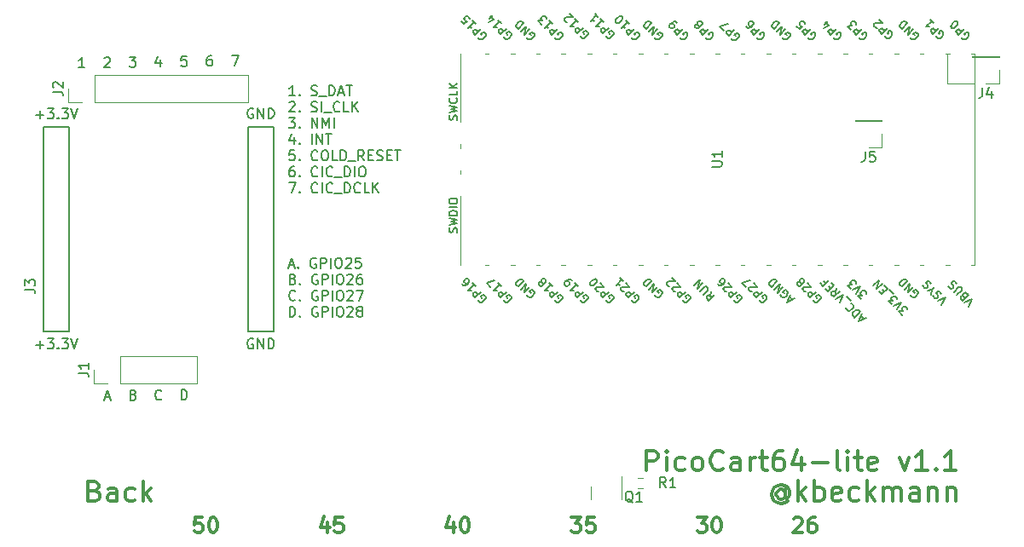
<source format=gto>
G04 #@! TF.GenerationSoftware,KiCad,Pcbnew,(6.0.6)*
G04 #@! TF.CreationDate,2022-06-26T02:56:31+02:00*
G04 #@! TF.ProjectId,picocart64_v1_lite,7069636f-6361-4727-9436-345f76315f6c,rev?*
G04 #@! TF.SameCoordinates,Original*
G04 #@! TF.FileFunction,Legend,Top*
G04 #@! TF.FilePolarity,Positive*
%FSLAX46Y46*%
G04 Gerber Fmt 4.6, Leading zero omitted, Abs format (unit mm)*
G04 Created by KiCad (PCBNEW (6.0.6)) date 2022-06-26 02:56:31*
%MOMM*%
%LPD*%
G01*
G04 APERTURE LIST*
%ADD10C,0.150000*%
%ADD11C,0.300000*%
%ADD12C,0.120000*%
G04 APERTURE END LIST*
D10*
X104355000Y-70870000D02*
X106895000Y-70870000D01*
X106895000Y-70870000D02*
X106895000Y-91190000D01*
X106895000Y-91190000D02*
X104355000Y-91190000D01*
X104355000Y-91190000D02*
X104355000Y-70870000D01*
X124675000Y-70870000D02*
X127215000Y-70870000D01*
X127215000Y-70870000D02*
X127215000Y-91190000D01*
X127215000Y-91190000D02*
X124675000Y-91190000D01*
X124675000Y-91190000D02*
X124675000Y-70870000D01*
D11*
X132571428Y-110178571D02*
X132571428Y-111178571D01*
X132214285Y-109607142D02*
X131857142Y-110678571D01*
X132785714Y-110678571D01*
X134071428Y-109678571D02*
X133357142Y-109678571D01*
X133285714Y-110392857D01*
X133357142Y-110321428D01*
X133500000Y-110250000D01*
X133857142Y-110250000D01*
X134000000Y-110321428D01*
X134071428Y-110392857D01*
X134142857Y-110535714D01*
X134142857Y-110892857D01*
X134071428Y-111035714D01*
X134000000Y-111107142D01*
X133857142Y-111178571D01*
X133500000Y-111178571D01*
X133357142Y-111107142D01*
X133285714Y-111035714D01*
X145071428Y-110178571D02*
X145071428Y-111178571D01*
X144714285Y-109607142D02*
X144357142Y-110678571D01*
X145285714Y-110678571D01*
X146142857Y-109678571D02*
X146285714Y-109678571D01*
X146428571Y-109750000D01*
X146500000Y-109821428D01*
X146571428Y-109964285D01*
X146642857Y-110250000D01*
X146642857Y-110607142D01*
X146571428Y-110892857D01*
X146500000Y-111035714D01*
X146428571Y-111107142D01*
X146285714Y-111178571D01*
X146142857Y-111178571D01*
X146000000Y-111107142D01*
X145928571Y-111035714D01*
X145857142Y-110892857D01*
X145785714Y-110607142D01*
X145785714Y-110250000D01*
X145857142Y-109964285D01*
X145928571Y-109821428D01*
X146000000Y-109750000D01*
X146142857Y-109678571D01*
X156785714Y-109678571D02*
X157714285Y-109678571D01*
X157214285Y-110250000D01*
X157428571Y-110250000D01*
X157571428Y-110321428D01*
X157642857Y-110392857D01*
X157714285Y-110535714D01*
X157714285Y-110892857D01*
X157642857Y-111035714D01*
X157571428Y-111107142D01*
X157428571Y-111178571D01*
X157000000Y-111178571D01*
X156857142Y-111107142D01*
X156785714Y-111035714D01*
X159071428Y-109678571D02*
X158357142Y-109678571D01*
X158285714Y-110392857D01*
X158357142Y-110321428D01*
X158500000Y-110250000D01*
X158857142Y-110250000D01*
X159000000Y-110321428D01*
X159071428Y-110392857D01*
X159142857Y-110535714D01*
X159142857Y-110892857D01*
X159071428Y-111035714D01*
X159000000Y-111107142D01*
X158857142Y-111178571D01*
X158500000Y-111178571D01*
X158357142Y-111107142D01*
X158285714Y-111035714D01*
X169285714Y-109678571D02*
X170214285Y-109678571D01*
X169714285Y-110250000D01*
X169928571Y-110250000D01*
X170071428Y-110321428D01*
X170142857Y-110392857D01*
X170214285Y-110535714D01*
X170214285Y-110892857D01*
X170142857Y-111035714D01*
X170071428Y-111107142D01*
X169928571Y-111178571D01*
X169500000Y-111178571D01*
X169357142Y-111107142D01*
X169285714Y-111035714D01*
X171142857Y-109678571D02*
X171285714Y-109678571D01*
X171428571Y-109750000D01*
X171500000Y-109821428D01*
X171571428Y-109964285D01*
X171642857Y-110250000D01*
X171642857Y-110607142D01*
X171571428Y-110892857D01*
X171500000Y-111035714D01*
X171428571Y-111107142D01*
X171285714Y-111178571D01*
X171142857Y-111178571D01*
X171000000Y-111107142D01*
X170928571Y-111035714D01*
X170857142Y-110892857D01*
X170785714Y-110607142D01*
X170785714Y-110250000D01*
X170857142Y-109964285D01*
X170928571Y-109821428D01*
X171000000Y-109750000D01*
X171142857Y-109678571D01*
X178857142Y-109821428D02*
X178928571Y-109750000D01*
X179071428Y-109678571D01*
X179428571Y-109678571D01*
X179571428Y-109750000D01*
X179642857Y-109821428D01*
X179714285Y-109964285D01*
X179714285Y-110107142D01*
X179642857Y-110321428D01*
X178785714Y-111178571D01*
X179714285Y-111178571D01*
X181000000Y-109678571D02*
X180714285Y-109678571D01*
X180571428Y-109750000D01*
X180500000Y-109821428D01*
X180357142Y-110035714D01*
X180285714Y-110321428D01*
X180285714Y-110892857D01*
X180357142Y-111035714D01*
X180428571Y-111107142D01*
X180571428Y-111178571D01*
X180857142Y-111178571D01*
X181000000Y-111107142D01*
X181071428Y-111035714D01*
X181142857Y-110892857D01*
X181142857Y-110535714D01*
X181071428Y-110392857D01*
X181000000Y-110321428D01*
X180857142Y-110250000D01*
X180571428Y-110250000D01*
X180428571Y-110321428D01*
X180357142Y-110392857D01*
X180285714Y-110535714D01*
D10*
X103625000Y-69671428D02*
X104386904Y-69671428D01*
X104005952Y-70052380D02*
X104005952Y-69290476D01*
X104767857Y-69052380D02*
X105386904Y-69052380D01*
X105053571Y-69433333D01*
X105196428Y-69433333D01*
X105291666Y-69480952D01*
X105339285Y-69528571D01*
X105386904Y-69623809D01*
X105386904Y-69861904D01*
X105339285Y-69957142D01*
X105291666Y-70004761D01*
X105196428Y-70052380D01*
X104910714Y-70052380D01*
X104815476Y-70004761D01*
X104767857Y-69957142D01*
X105815476Y-69957142D02*
X105863095Y-70004761D01*
X105815476Y-70052380D01*
X105767857Y-70004761D01*
X105815476Y-69957142D01*
X105815476Y-70052380D01*
X106196428Y-69052380D02*
X106815476Y-69052380D01*
X106482142Y-69433333D01*
X106625000Y-69433333D01*
X106720238Y-69480952D01*
X106767857Y-69528571D01*
X106815476Y-69623809D01*
X106815476Y-69861904D01*
X106767857Y-69957142D01*
X106720238Y-70004761D01*
X106625000Y-70052380D01*
X106339285Y-70052380D01*
X106244047Y-70004761D01*
X106196428Y-69957142D01*
X107101190Y-69052380D02*
X107434523Y-70052380D01*
X107767857Y-69052380D01*
X110466904Y-97740912D02*
X110943095Y-97740912D01*
X110371666Y-98026626D02*
X110705000Y-97026626D01*
X111038333Y-98026626D01*
X116094523Y-97910825D02*
X116046904Y-97958444D01*
X115904047Y-98006063D01*
X115808809Y-98006063D01*
X115665952Y-97958444D01*
X115570714Y-97863206D01*
X115523095Y-97767968D01*
X115475476Y-97577492D01*
X115475476Y-97434635D01*
X115523095Y-97244159D01*
X115570714Y-97148921D01*
X115665952Y-97053683D01*
X115808809Y-97006063D01*
X115904047Y-97006063D01*
X116046904Y-97053683D01*
X116094523Y-97101302D01*
X103625000Y-92531428D02*
X104386904Y-92531428D01*
X104005952Y-92912380D02*
X104005952Y-92150476D01*
X104767857Y-91912380D02*
X105386904Y-91912380D01*
X105053571Y-92293333D01*
X105196428Y-92293333D01*
X105291666Y-92340952D01*
X105339285Y-92388571D01*
X105386904Y-92483809D01*
X105386904Y-92721904D01*
X105339285Y-92817142D01*
X105291666Y-92864761D01*
X105196428Y-92912380D01*
X104910714Y-92912380D01*
X104815476Y-92864761D01*
X104767857Y-92817142D01*
X105815476Y-92817142D02*
X105863095Y-92864761D01*
X105815476Y-92912380D01*
X105767857Y-92864761D01*
X105815476Y-92817142D01*
X105815476Y-92912380D01*
X106196428Y-91912380D02*
X106815476Y-91912380D01*
X106482142Y-92293333D01*
X106625000Y-92293333D01*
X106720238Y-92340952D01*
X106767857Y-92388571D01*
X106815476Y-92483809D01*
X106815476Y-92721904D01*
X106767857Y-92817142D01*
X106720238Y-92864761D01*
X106625000Y-92912380D01*
X106339285Y-92912380D01*
X106244047Y-92864761D01*
X106196428Y-92817142D01*
X107101190Y-91912380D02*
X107434523Y-92912380D01*
X107767857Y-91912380D01*
X129353944Y-67762380D02*
X128782516Y-67762380D01*
X129068230Y-67762380D02*
X129068230Y-66762380D01*
X128972992Y-66905238D01*
X128877754Y-67000476D01*
X128782516Y-67048095D01*
X129782516Y-67667142D02*
X129830135Y-67714761D01*
X129782516Y-67762380D01*
X129734897Y-67714761D01*
X129782516Y-67667142D01*
X129782516Y-67762380D01*
X130972992Y-67714761D02*
X131115849Y-67762380D01*
X131353944Y-67762380D01*
X131449182Y-67714761D01*
X131496801Y-67667142D01*
X131544420Y-67571904D01*
X131544420Y-67476666D01*
X131496801Y-67381428D01*
X131449182Y-67333809D01*
X131353944Y-67286190D01*
X131163468Y-67238571D01*
X131068230Y-67190952D01*
X131020611Y-67143333D01*
X130972992Y-67048095D01*
X130972992Y-66952857D01*
X131020611Y-66857619D01*
X131068230Y-66810000D01*
X131163468Y-66762380D01*
X131401563Y-66762380D01*
X131544420Y-66810000D01*
X131734897Y-67857619D02*
X132496801Y-67857619D01*
X132734897Y-67762380D02*
X132734897Y-66762380D01*
X132972992Y-66762380D01*
X133115849Y-66810000D01*
X133211087Y-66905238D01*
X133258706Y-67000476D01*
X133306325Y-67190952D01*
X133306325Y-67333809D01*
X133258706Y-67524285D01*
X133211087Y-67619523D01*
X133115849Y-67714761D01*
X132972992Y-67762380D01*
X132734897Y-67762380D01*
X133687278Y-67476666D02*
X134163468Y-67476666D01*
X133592040Y-67762380D02*
X133925373Y-66762380D01*
X134258706Y-67762380D01*
X134449182Y-66762380D02*
X135020611Y-66762380D01*
X134734897Y-67762380D02*
X134734897Y-66762380D01*
X128782516Y-68467619D02*
X128830135Y-68420000D01*
X128925373Y-68372380D01*
X129163468Y-68372380D01*
X129258706Y-68420000D01*
X129306325Y-68467619D01*
X129353944Y-68562857D01*
X129353944Y-68658095D01*
X129306325Y-68800952D01*
X128734897Y-69372380D01*
X129353944Y-69372380D01*
X129782516Y-69277142D02*
X129830135Y-69324761D01*
X129782516Y-69372380D01*
X129734897Y-69324761D01*
X129782516Y-69277142D01*
X129782516Y-69372380D01*
X130972992Y-69324761D02*
X131115849Y-69372380D01*
X131353944Y-69372380D01*
X131449182Y-69324761D01*
X131496801Y-69277142D01*
X131544420Y-69181904D01*
X131544420Y-69086666D01*
X131496801Y-68991428D01*
X131449182Y-68943809D01*
X131353944Y-68896190D01*
X131163468Y-68848571D01*
X131068230Y-68800952D01*
X131020611Y-68753333D01*
X130972992Y-68658095D01*
X130972992Y-68562857D01*
X131020611Y-68467619D01*
X131068230Y-68420000D01*
X131163468Y-68372380D01*
X131401563Y-68372380D01*
X131544420Y-68420000D01*
X131972992Y-69372380D02*
X131972992Y-68372380D01*
X132211087Y-69467619D02*
X132972992Y-69467619D01*
X133782516Y-69277142D02*
X133734897Y-69324761D01*
X133592040Y-69372380D01*
X133496801Y-69372380D01*
X133353944Y-69324761D01*
X133258706Y-69229523D01*
X133211087Y-69134285D01*
X133163468Y-68943809D01*
X133163468Y-68800952D01*
X133211087Y-68610476D01*
X133258706Y-68515238D01*
X133353944Y-68420000D01*
X133496801Y-68372380D01*
X133592040Y-68372380D01*
X133734897Y-68420000D01*
X133782516Y-68467619D01*
X134687278Y-69372380D02*
X134211087Y-69372380D01*
X134211087Y-68372380D01*
X135020611Y-69372380D02*
X135020611Y-68372380D01*
X135592040Y-69372380D02*
X135163468Y-68800952D01*
X135592040Y-68372380D02*
X135020611Y-68943809D01*
X128734897Y-69982380D02*
X129353944Y-69982380D01*
X129020611Y-70363333D01*
X129163468Y-70363333D01*
X129258706Y-70410952D01*
X129306325Y-70458571D01*
X129353944Y-70553809D01*
X129353944Y-70791904D01*
X129306325Y-70887142D01*
X129258706Y-70934761D01*
X129163468Y-70982380D01*
X128877754Y-70982380D01*
X128782516Y-70934761D01*
X128734897Y-70887142D01*
X129782516Y-70887142D02*
X129830135Y-70934761D01*
X129782516Y-70982380D01*
X129734897Y-70934761D01*
X129782516Y-70887142D01*
X129782516Y-70982380D01*
X131020611Y-70982380D02*
X131020611Y-69982380D01*
X131592040Y-70982380D01*
X131592040Y-69982380D01*
X132068230Y-70982380D02*
X132068230Y-69982380D01*
X132401563Y-70696666D01*
X132734897Y-69982380D01*
X132734897Y-70982380D01*
X133211087Y-70982380D02*
X133211087Y-69982380D01*
X129258706Y-71925714D02*
X129258706Y-72592380D01*
X129020611Y-71544761D02*
X128782516Y-72259047D01*
X129401563Y-72259047D01*
X129782516Y-72497142D02*
X129830135Y-72544761D01*
X129782516Y-72592380D01*
X129734897Y-72544761D01*
X129782516Y-72497142D01*
X129782516Y-72592380D01*
X131020611Y-72592380D02*
X131020611Y-71592380D01*
X131496801Y-72592380D02*
X131496801Y-71592380D01*
X132068230Y-72592380D01*
X132068230Y-71592380D01*
X132401563Y-71592380D02*
X132972992Y-71592380D01*
X132687278Y-72592380D02*
X132687278Y-71592380D01*
X129306325Y-73202380D02*
X128830135Y-73202380D01*
X128782516Y-73678571D01*
X128830135Y-73630952D01*
X128925373Y-73583333D01*
X129163468Y-73583333D01*
X129258706Y-73630952D01*
X129306325Y-73678571D01*
X129353944Y-73773809D01*
X129353944Y-74011904D01*
X129306325Y-74107142D01*
X129258706Y-74154761D01*
X129163468Y-74202380D01*
X128925373Y-74202380D01*
X128830135Y-74154761D01*
X128782516Y-74107142D01*
X129782516Y-74107142D02*
X129830135Y-74154761D01*
X129782516Y-74202380D01*
X129734897Y-74154761D01*
X129782516Y-74107142D01*
X129782516Y-74202380D01*
X131592040Y-74107142D02*
X131544420Y-74154761D01*
X131401563Y-74202380D01*
X131306325Y-74202380D01*
X131163468Y-74154761D01*
X131068230Y-74059523D01*
X131020611Y-73964285D01*
X130972992Y-73773809D01*
X130972992Y-73630952D01*
X131020611Y-73440476D01*
X131068230Y-73345238D01*
X131163468Y-73250000D01*
X131306325Y-73202380D01*
X131401563Y-73202380D01*
X131544420Y-73250000D01*
X131592040Y-73297619D01*
X132211087Y-73202380D02*
X132401563Y-73202380D01*
X132496801Y-73250000D01*
X132592040Y-73345238D01*
X132639659Y-73535714D01*
X132639659Y-73869047D01*
X132592040Y-74059523D01*
X132496801Y-74154761D01*
X132401563Y-74202380D01*
X132211087Y-74202380D01*
X132115849Y-74154761D01*
X132020611Y-74059523D01*
X131972992Y-73869047D01*
X131972992Y-73535714D01*
X132020611Y-73345238D01*
X132115849Y-73250000D01*
X132211087Y-73202380D01*
X133544420Y-74202380D02*
X133068230Y-74202380D01*
X133068230Y-73202380D01*
X133877754Y-74202380D02*
X133877754Y-73202380D01*
X134115849Y-73202380D01*
X134258706Y-73250000D01*
X134353944Y-73345238D01*
X134401563Y-73440476D01*
X134449182Y-73630952D01*
X134449182Y-73773809D01*
X134401563Y-73964285D01*
X134353944Y-74059523D01*
X134258706Y-74154761D01*
X134115849Y-74202380D01*
X133877754Y-74202380D01*
X134639659Y-74297619D02*
X135401563Y-74297619D01*
X136211087Y-74202380D02*
X135877754Y-73726190D01*
X135639659Y-74202380D02*
X135639659Y-73202380D01*
X136020611Y-73202380D01*
X136115849Y-73250000D01*
X136163468Y-73297619D01*
X136211087Y-73392857D01*
X136211087Y-73535714D01*
X136163468Y-73630952D01*
X136115849Y-73678571D01*
X136020611Y-73726190D01*
X135639659Y-73726190D01*
X136639659Y-73678571D02*
X136972992Y-73678571D01*
X137115849Y-74202380D02*
X136639659Y-74202380D01*
X136639659Y-73202380D01*
X137115849Y-73202380D01*
X137496801Y-74154761D02*
X137639659Y-74202380D01*
X137877754Y-74202380D01*
X137972992Y-74154761D01*
X138020611Y-74107142D01*
X138068230Y-74011904D01*
X138068230Y-73916666D01*
X138020611Y-73821428D01*
X137972992Y-73773809D01*
X137877754Y-73726190D01*
X137687278Y-73678571D01*
X137592040Y-73630952D01*
X137544420Y-73583333D01*
X137496801Y-73488095D01*
X137496801Y-73392857D01*
X137544420Y-73297619D01*
X137592040Y-73250000D01*
X137687278Y-73202380D01*
X137925373Y-73202380D01*
X138068230Y-73250000D01*
X138496801Y-73678571D02*
X138830135Y-73678571D01*
X138972992Y-74202380D02*
X138496801Y-74202380D01*
X138496801Y-73202380D01*
X138972992Y-73202380D01*
X139258706Y-73202380D02*
X139830135Y-73202380D01*
X139544420Y-74202380D02*
X139544420Y-73202380D01*
X129258706Y-74812380D02*
X129068230Y-74812380D01*
X128972992Y-74860000D01*
X128925373Y-74907619D01*
X128830135Y-75050476D01*
X128782516Y-75240952D01*
X128782516Y-75621904D01*
X128830135Y-75717142D01*
X128877754Y-75764761D01*
X128972992Y-75812380D01*
X129163468Y-75812380D01*
X129258706Y-75764761D01*
X129306325Y-75717142D01*
X129353944Y-75621904D01*
X129353944Y-75383809D01*
X129306325Y-75288571D01*
X129258706Y-75240952D01*
X129163468Y-75193333D01*
X128972992Y-75193333D01*
X128877754Y-75240952D01*
X128830135Y-75288571D01*
X128782516Y-75383809D01*
X129782516Y-75717142D02*
X129830135Y-75764761D01*
X129782516Y-75812380D01*
X129734897Y-75764761D01*
X129782516Y-75717142D01*
X129782516Y-75812380D01*
X131592040Y-75717142D02*
X131544420Y-75764761D01*
X131401563Y-75812380D01*
X131306325Y-75812380D01*
X131163468Y-75764761D01*
X131068230Y-75669523D01*
X131020611Y-75574285D01*
X130972992Y-75383809D01*
X130972992Y-75240952D01*
X131020611Y-75050476D01*
X131068230Y-74955238D01*
X131163468Y-74860000D01*
X131306325Y-74812380D01*
X131401563Y-74812380D01*
X131544420Y-74860000D01*
X131592040Y-74907619D01*
X132020611Y-75812380D02*
X132020611Y-74812380D01*
X133068230Y-75717142D02*
X133020611Y-75764761D01*
X132877754Y-75812380D01*
X132782516Y-75812380D01*
X132639659Y-75764761D01*
X132544420Y-75669523D01*
X132496801Y-75574285D01*
X132449182Y-75383809D01*
X132449182Y-75240952D01*
X132496801Y-75050476D01*
X132544420Y-74955238D01*
X132639659Y-74860000D01*
X132782516Y-74812380D01*
X132877754Y-74812380D01*
X133020611Y-74860000D01*
X133068230Y-74907619D01*
X133258706Y-75907619D02*
X134020611Y-75907619D01*
X134258706Y-75812380D02*
X134258706Y-74812380D01*
X134496801Y-74812380D01*
X134639659Y-74860000D01*
X134734897Y-74955238D01*
X134782516Y-75050476D01*
X134830135Y-75240952D01*
X134830135Y-75383809D01*
X134782516Y-75574285D01*
X134734897Y-75669523D01*
X134639659Y-75764761D01*
X134496801Y-75812380D01*
X134258706Y-75812380D01*
X135258706Y-75812380D02*
X135258706Y-74812380D01*
X135925373Y-74812380D02*
X136115849Y-74812380D01*
X136211087Y-74860000D01*
X136306325Y-74955238D01*
X136353944Y-75145714D01*
X136353944Y-75479047D01*
X136306325Y-75669523D01*
X136211087Y-75764761D01*
X136115849Y-75812380D01*
X135925373Y-75812380D01*
X135830135Y-75764761D01*
X135734897Y-75669523D01*
X135687278Y-75479047D01*
X135687278Y-75145714D01*
X135734897Y-74955238D01*
X135830135Y-74860000D01*
X135925373Y-74812380D01*
X128734897Y-76422380D02*
X129401563Y-76422380D01*
X128972992Y-77422380D01*
X129782516Y-77327142D02*
X129830135Y-77374761D01*
X129782516Y-77422380D01*
X129734897Y-77374761D01*
X129782516Y-77327142D01*
X129782516Y-77422380D01*
X131592040Y-77327142D02*
X131544420Y-77374761D01*
X131401563Y-77422380D01*
X131306325Y-77422380D01*
X131163468Y-77374761D01*
X131068230Y-77279523D01*
X131020611Y-77184285D01*
X130972992Y-76993809D01*
X130972992Y-76850952D01*
X131020611Y-76660476D01*
X131068230Y-76565238D01*
X131163468Y-76470000D01*
X131306325Y-76422380D01*
X131401563Y-76422380D01*
X131544420Y-76470000D01*
X131592040Y-76517619D01*
X132020611Y-77422380D02*
X132020611Y-76422380D01*
X133068230Y-77327142D02*
X133020611Y-77374761D01*
X132877754Y-77422380D01*
X132782516Y-77422380D01*
X132639659Y-77374761D01*
X132544420Y-77279523D01*
X132496801Y-77184285D01*
X132449182Y-76993809D01*
X132449182Y-76850952D01*
X132496801Y-76660476D01*
X132544420Y-76565238D01*
X132639659Y-76470000D01*
X132782516Y-76422380D01*
X132877754Y-76422380D01*
X133020611Y-76470000D01*
X133068230Y-76517619D01*
X133258706Y-77517619D02*
X134020611Y-77517619D01*
X134258706Y-77422380D02*
X134258706Y-76422380D01*
X134496801Y-76422380D01*
X134639659Y-76470000D01*
X134734897Y-76565238D01*
X134782516Y-76660476D01*
X134830135Y-76850952D01*
X134830135Y-76993809D01*
X134782516Y-77184285D01*
X134734897Y-77279523D01*
X134639659Y-77374761D01*
X134496801Y-77422380D01*
X134258706Y-77422380D01*
X135830135Y-77327142D02*
X135782516Y-77374761D01*
X135639659Y-77422380D01*
X135544420Y-77422380D01*
X135401563Y-77374761D01*
X135306325Y-77279523D01*
X135258706Y-77184285D01*
X135211087Y-76993809D01*
X135211087Y-76850952D01*
X135258706Y-76660476D01*
X135306325Y-76565238D01*
X135401563Y-76470000D01*
X135544420Y-76422380D01*
X135639659Y-76422380D01*
X135782516Y-76470000D01*
X135830135Y-76517619D01*
X136734897Y-77422380D02*
X136258706Y-77422380D01*
X136258706Y-76422380D01*
X137068230Y-77422380D02*
X137068230Y-76422380D01*
X137639659Y-77422380D02*
X137211087Y-76850952D01*
X137639659Y-76422380D02*
X137068230Y-76993809D01*
X108450714Y-64968380D02*
X107879285Y-64968380D01*
X108165000Y-64968380D02*
X108165000Y-63968380D01*
X108069761Y-64111238D01*
X107974523Y-64206476D01*
X107879285Y-64254095D01*
X125183095Y-69086377D02*
X125087857Y-69038757D01*
X124945000Y-69038757D01*
X124802142Y-69086377D01*
X124706904Y-69181615D01*
X124659285Y-69276853D01*
X124611666Y-69467329D01*
X124611666Y-69610186D01*
X124659285Y-69800662D01*
X124706904Y-69895900D01*
X124802142Y-69991138D01*
X124945000Y-70038757D01*
X125040238Y-70038757D01*
X125183095Y-69991138D01*
X125230714Y-69943519D01*
X125230714Y-69610186D01*
X125040238Y-69610186D01*
X125659285Y-70038757D02*
X125659285Y-69038757D01*
X126230714Y-70038757D01*
X126230714Y-69038757D01*
X126706904Y-70038757D02*
X126706904Y-69038757D01*
X126945000Y-69038757D01*
X127087857Y-69086377D01*
X127183095Y-69181615D01*
X127230714Y-69276853D01*
X127278333Y-69467329D01*
X127278333Y-69610186D01*
X127230714Y-69800662D01*
X127183095Y-69895900D01*
X127087857Y-69991138D01*
X126945000Y-70038757D01*
X126706904Y-70038757D01*
D11*
X120142857Y-109678571D02*
X119428571Y-109678571D01*
X119357142Y-110392857D01*
X119428571Y-110321428D01*
X119571428Y-110250000D01*
X119928571Y-110250000D01*
X120071428Y-110321428D01*
X120142857Y-110392857D01*
X120214285Y-110535714D01*
X120214285Y-110892857D01*
X120142857Y-111035714D01*
X120071428Y-111107142D01*
X119928571Y-111178571D01*
X119571428Y-111178571D01*
X119428571Y-111107142D01*
X119357142Y-111035714D01*
X121142857Y-109678571D02*
X121285714Y-109678571D01*
X121428571Y-109750000D01*
X121500000Y-109821428D01*
X121571428Y-109964285D01*
X121642857Y-110250000D01*
X121642857Y-110607142D01*
X121571428Y-110892857D01*
X121500000Y-111035714D01*
X121428571Y-111107142D01*
X121285714Y-111178571D01*
X121142857Y-111178571D01*
X121000000Y-111107142D01*
X120928571Y-111035714D01*
X120857142Y-110892857D01*
X120785714Y-110607142D01*
X120785714Y-110250000D01*
X120857142Y-109964285D01*
X120928571Y-109821428D01*
X121000000Y-109750000D01*
X121142857Y-109678571D01*
D10*
X118563095Y-63841271D02*
X118086904Y-63841271D01*
X118039285Y-64317462D01*
X118086904Y-64269843D01*
X118182142Y-64222224D01*
X118420238Y-64222224D01*
X118515476Y-64269843D01*
X118563095Y-64317462D01*
X118610714Y-64412700D01*
X118610714Y-64650795D01*
X118563095Y-64746033D01*
X118515476Y-64793652D01*
X118420238Y-64841271D01*
X118182142Y-64841271D01*
X118086904Y-64793652D01*
X118039285Y-64746033D01*
X115975476Y-64215463D02*
X115975476Y-64882129D01*
X115737380Y-63834510D02*
X115499285Y-64548796D01*
X116118333Y-64548796D01*
X125179691Y-91960000D02*
X125084453Y-91912380D01*
X124941596Y-91912380D01*
X124798738Y-91960000D01*
X124703500Y-92055238D01*
X124655881Y-92150476D01*
X124608262Y-92340952D01*
X124608262Y-92483809D01*
X124655881Y-92674285D01*
X124703500Y-92769523D01*
X124798738Y-92864761D01*
X124941596Y-92912380D01*
X125036834Y-92912380D01*
X125179691Y-92864761D01*
X125227310Y-92817142D01*
X125227310Y-92483809D01*
X125036834Y-92483809D01*
X125655881Y-92912380D02*
X125655881Y-91912380D01*
X126227310Y-92912380D01*
X126227310Y-91912380D01*
X126703500Y-92912380D02*
X126703500Y-91912380D01*
X126941596Y-91912380D01*
X127084453Y-91960000D01*
X127179691Y-92055238D01*
X127227310Y-92150476D01*
X127274929Y-92340952D01*
X127274929Y-92483809D01*
X127227310Y-92674285D01*
X127179691Y-92769523D01*
X127084453Y-92864761D01*
X126941596Y-92912380D01*
X126703500Y-92912380D01*
X121055476Y-63800413D02*
X120865000Y-63800413D01*
X120769761Y-63848033D01*
X120722142Y-63895652D01*
X120626904Y-64038509D01*
X120579285Y-64228985D01*
X120579285Y-64609937D01*
X120626904Y-64705175D01*
X120674523Y-64752794D01*
X120769761Y-64800413D01*
X120960238Y-64800413D01*
X121055476Y-64752794D01*
X121103095Y-64705175D01*
X121150714Y-64609937D01*
X121150714Y-64371842D01*
X121103095Y-64276604D01*
X121055476Y-64228985D01*
X120960238Y-64181366D01*
X120769761Y-64181366D01*
X120674523Y-64228985D01*
X120626904Y-64276604D01*
X120579285Y-64371842D01*
X110419285Y-64059084D02*
X110466904Y-64011465D01*
X110562142Y-63963845D01*
X110800238Y-63963845D01*
X110895476Y-64011465D01*
X110943095Y-64059084D01*
X110990714Y-64154322D01*
X110990714Y-64249560D01*
X110943095Y-64392417D01*
X110371666Y-64963845D01*
X110990714Y-64963845D01*
X128772976Y-84619666D02*
X129249166Y-84619666D01*
X128677738Y-84905380D02*
X129011071Y-83905380D01*
X129344404Y-84905380D01*
X129677738Y-84810142D02*
X129725357Y-84857761D01*
X129677738Y-84905380D01*
X129630119Y-84857761D01*
X129677738Y-84810142D01*
X129677738Y-84905380D01*
X131439642Y-83953000D02*
X131344404Y-83905380D01*
X131201547Y-83905380D01*
X131058690Y-83953000D01*
X130963452Y-84048238D01*
X130915833Y-84143476D01*
X130868214Y-84333952D01*
X130868214Y-84476809D01*
X130915833Y-84667285D01*
X130963452Y-84762523D01*
X131058690Y-84857761D01*
X131201547Y-84905380D01*
X131296785Y-84905380D01*
X131439642Y-84857761D01*
X131487261Y-84810142D01*
X131487261Y-84476809D01*
X131296785Y-84476809D01*
X131915833Y-84905380D02*
X131915833Y-83905380D01*
X132296785Y-83905380D01*
X132392023Y-83953000D01*
X132439642Y-84000619D01*
X132487261Y-84095857D01*
X132487261Y-84238714D01*
X132439642Y-84333952D01*
X132392023Y-84381571D01*
X132296785Y-84429190D01*
X131915833Y-84429190D01*
X132915833Y-84905380D02*
X132915833Y-83905380D01*
X133582500Y-83905380D02*
X133772976Y-83905380D01*
X133868214Y-83953000D01*
X133963452Y-84048238D01*
X134011071Y-84238714D01*
X134011071Y-84572047D01*
X133963452Y-84762523D01*
X133868214Y-84857761D01*
X133772976Y-84905380D01*
X133582500Y-84905380D01*
X133487261Y-84857761D01*
X133392023Y-84762523D01*
X133344404Y-84572047D01*
X133344404Y-84238714D01*
X133392023Y-84048238D01*
X133487261Y-83953000D01*
X133582500Y-83905380D01*
X134392023Y-84000619D02*
X134439642Y-83953000D01*
X134534880Y-83905380D01*
X134772976Y-83905380D01*
X134868214Y-83953000D01*
X134915833Y-84000619D01*
X134963452Y-84095857D01*
X134963452Y-84191095D01*
X134915833Y-84333952D01*
X134344404Y-84905380D01*
X134963452Y-84905380D01*
X135868214Y-83905380D02*
X135392023Y-83905380D01*
X135344404Y-84381571D01*
X135392023Y-84333952D01*
X135487261Y-84286333D01*
X135725357Y-84286333D01*
X135820595Y-84333952D01*
X135868214Y-84381571D01*
X135915833Y-84476809D01*
X135915833Y-84714904D01*
X135868214Y-84810142D01*
X135820595Y-84857761D01*
X135725357Y-84905380D01*
X135487261Y-84905380D01*
X135392023Y-84857761D01*
X135344404Y-84810142D01*
X129153928Y-85991571D02*
X129296785Y-86039190D01*
X129344404Y-86086809D01*
X129392023Y-86182047D01*
X129392023Y-86324904D01*
X129344404Y-86420142D01*
X129296785Y-86467761D01*
X129201547Y-86515380D01*
X128820595Y-86515380D01*
X128820595Y-85515380D01*
X129153928Y-85515380D01*
X129249166Y-85563000D01*
X129296785Y-85610619D01*
X129344404Y-85705857D01*
X129344404Y-85801095D01*
X129296785Y-85896333D01*
X129249166Y-85943952D01*
X129153928Y-85991571D01*
X128820595Y-85991571D01*
X129820595Y-86420142D02*
X129868214Y-86467761D01*
X129820595Y-86515380D01*
X129772976Y-86467761D01*
X129820595Y-86420142D01*
X129820595Y-86515380D01*
X131582500Y-85563000D02*
X131487261Y-85515380D01*
X131344404Y-85515380D01*
X131201547Y-85563000D01*
X131106309Y-85658238D01*
X131058690Y-85753476D01*
X131011071Y-85943952D01*
X131011071Y-86086809D01*
X131058690Y-86277285D01*
X131106309Y-86372523D01*
X131201547Y-86467761D01*
X131344404Y-86515380D01*
X131439642Y-86515380D01*
X131582500Y-86467761D01*
X131630119Y-86420142D01*
X131630119Y-86086809D01*
X131439642Y-86086809D01*
X132058690Y-86515380D02*
X132058690Y-85515380D01*
X132439642Y-85515380D01*
X132534880Y-85563000D01*
X132582500Y-85610619D01*
X132630119Y-85705857D01*
X132630119Y-85848714D01*
X132582500Y-85943952D01*
X132534880Y-85991571D01*
X132439642Y-86039190D01*
X132058690Y-86039190D01*
X133058690Y-86515380D02*
X133058690Y-85515380D01*
X133725357Y-85515380D02*
X133915833Y-85515380D01*
X134011071Y-85563000D01*
X134106309Y-85658238D01*
X134153928Y-85848714D01*
X134153928Y-86182047D01*
X134106309Y-86372523D01*
X134011071Y-86467761D01*
X133915833Y-86515380D01*
X133725357Y-86515380D01*
X133630119Y-86467761D01*
X133534880Y-86372523D01*
X133487261Y-86182047D01*
X133487261Y-85848714D01*
X133534880Y-85658238D01*
X133630119Y-85563000D01*
X133725357Y-85515380D01*
X134534880Y-85610619D02*
X134582500Y-85563000D01*
X134677738Y-85515380D01*
X134915833Y-85515380D01*
X135011071Y-85563000D01*
X135058690Y-85610619D01*
X135106309Y-85705857D01*
X135106309Y-85801095D01*
X135058690Y-85943952D01*
X134487261Y-86515380D01*
X135106309Y-86515380D01*
X135963452Y-85515380D02*
X135772976Y-85515380D01*
X135677738Y-85563000D01*
X135630119Y-85610619D01*
X135534880Y-85753476D01*
X135487261Y-85943952D01*
X135487261Y-86324904D01*
X135534880Y-86420142D01*
X135582500Y-86467761D01*
X135677738Y-86515380D01*
X135868214Y-86515380D01*
X135963452Y-86467761D01*
X136011071Y-86420142D01*
X136058690Y-86324904D01*
X136058690Y-86086809D01*
X136011071Y-85991571D01*
X135963452Y-85943952D01*
X135868214Y-85896333D01*
X135677738Y-85896333D01*
X135582500Y-85943952D01*
X135534880Y-85991571D01*
X135487261Y-86086809D01*
X129392023Y-88030142D02*
X129344404Y-88077761D01*
X129201547Y-88125380D01*
X129106309Y-88125380D01*
X128963452Y-88077761D01*
X128868214Y-87982523D01*
X128820595Y-87887285D01*
X128772976Y-87696809D01*
X128772976Y-87553952D01*
X128820595Y-87363476D01*
X128868214Y-87268238D01*
X128963452Y-87173000D01*
X129106309Y-87125380D01*
X129201547Y-87125380D01*
X129344404Y-87173000D01*
X129392023Y-87220619D01*
X129820595Y-88030142D02*
X129868214Y-88077761D01*
X129820595Y-88125380D01*
X129772976Y-88077761D01*
X129820595Y-88030142D01*
X129820595Y-88125380D01*
X131582500Y-87173000D02*
X131487261Y-87125380D01*
X131344404Y-87125380D01*
X131201547Y-87173000D01*
X131106309Y-87268238D01*
X131058690Y-87363476D01*
X131011071Y-87553952D01*
X131011071Y-87696809D01*
X131058690Y-87887285D01*
X131106309Y-87982523D01*
X131201547Y-88077761D01*
X131344404Y-88125380D01*
X131439642Y-88125380D01*
X131582500Y-88077761D01*
X131630119Y-88030142D01*
X131630119Y-87696809D01*
X131439642Y-87696809D01*
X132058690Y-88125380D02*
X132058690Y-87125380D01*
X132439642Y-87125380D01*
X132534880Y-87173000D01*
X132582500Y-87220619D01*
X132630119Y-87315857D01*
X132630119Y-87458714D01*
X132582500Y-87553952D01*
X132534880Y-87601571D01*
X132439642Y-87649190D01*
X132058690Y-87649190D01*
X133058690Y-88125380D02*
X133058690Y-87125380D01*
X133725357Y-87125380D02*
X133915833Y-87125380D01*
X134011071Y-87173000D01*
X134106309Y-87268238D01*
X134153928Y-87458714D01*
X134153928Y-87792047D01*
X134106309Y-87982523D01*
X134011071Y-88077761D01*
X133915833Y-88125380D01*
X133725357Y-88125380D01*
X133630119Y-88077761D01*
X133534880Y-87982523D01*
X133487261Y-87792047D01*
X133487261Y-87458714D01*
X133534880Y-87268238D01*
X133630119Y-87173000D01*
X133725357Y-87125380D01*
X134534880Y-87220619D02*
X134582500Y-87173000D01*
X134677738Y-87125380D01*
X134915833Y-87125380D01*
X135011071Y-87173000D01*
X135058690Y-87220619D01*
X135106309Y-87315857D01*
X135106309Y-87411095D01*
X135058690Y-87553952D01*
X134487261Y-88125380D01*
X135106309Y-88125380D01*
X135439642Y-87125380D02*
X136106309Y-87125380D01*
X135677738Y-88125380D01*
X128820595Y-89735380D02*
X128820595Y-88735380D01*
X129058690Y-88735380D01*
X129201547Y-88783000D01*
X129296785Y-88878238D01*
X129344404Y-88973476D01*
X129392023Y-89163952D01*
X129392023Y-89306809D01*
X129344404Y-89497285D01*
X129296785Y-89592523D01*
X129201547Y-89687761D01*
X129058690Y-89735380D01*
X128820595Y-89735380D01*
X129820595Y-89640142D02*
X129868214Y-89687761D01*
X129820595Y-89735380D01*
X129772976Y-89687761D01*
X129820595Y-89640142D01*
X129820595Y-89735380D01*
X131582500Y-88783000D02*
X131487261Y-88735380D01*
X131344404Y-88735380D01*
X131201547Y-88783000D01*
X131106309Y-88878238D01*
X131058690Y-88973476D01*
X131011071Y-89163952D01*
X131011071Y-89306809D01*
X131058690Y-89497285D01*
X131106309Y-89592523D01*
X131201547Y-89687761D01*
X131344404Y-89735380D01*
X131439642Y-89735380D01*
X131582500Y-89687761D01*
X131630119Y-89640142D01*
X131630119Y-89306809D01*
X131439642Y-89306809D01*
X132058690Y-89735380D02*
X132058690Y-88735380D01*
X132439642Y-88735380D01*
X132534880Y-88783000D01*
X132582500Y-88830619D01*
X132630119Y-88925857D01*
X132630119Y-89068714D01*
X132582500Y-89163952D01*
X132534880Y-89211571D01*
X132439642Y-89259190D01*
X132058690Y-89259190D01*
X133058690Y-89735380D02*
X133058690Y-88735380D01*
X133725357Y-88735380D02*
X133915833Y-88735380D01*
X134011071Y-88783000D01*
X134106309Y-88878238D01*
X134153928Y-89068714D01*
X134153928Y-89402047D01*
X134106309Y-89592523D01*
X134011071Y-89687761D01*
X133915833Y-89735380D01*
X133725357Y-89735380D01*
X133630119Y-89687761D01*
X133534880Y-89592523D01*
X133487261Y-89402047D01*
X133487261Y-89068714D01*
X133534880Y-88878238D01*
X133630119Y-88783000D01*
X133725357Y-88735380D01*
X134534880Y-88830619D02*
X134582500Y-88783000D01*
X134677738Y-88735380D01*
X134915833Y-88735380D01*
X135011071Y-88783000D01*
X135058690Y-88830619D01*
X135106309Y-88925857D01*
X135106309Y-89021095D01*
X135058690Y-89163952D01*
X134487261Y-89735380D01*
X135106309Y-89735380D01*
X135677738Y-89163952D02*
X135582500Y-89116333D01*
X135534880Y-89068714D01*
X135487261Y-88973476D01*
X135487261Y-88925857D01*
X135534880Y-88830619D01*
X135582500Y-88783000D01*
X135677738Y-88735380D01*
X135868214Y-88735380D01*
X135963452Y-88783000D01*
X136011071Y-88830619D01*
X136058690Y-88925857D01*
X136058690Y-88973476D01*
X136011071Y-89068714D01*
X135963452Y-89116333D01*
X135868214Y-89163952D01*
X135677738Y-89163952D01*
X135582500Y-89211571D01*
X135534880Y-89259190D01*
X135487261Y-89354428D01*
X135487261Y-89544904D01*
X135534880Y-89640142D01*
X135582500Y-89687761D01*
X135677738Y-89735380D01*
X135868214Y-89735380D01*
X135963452Y-89687761D01*
X136011071Y-89640142D01*
X136058690Y-89544904D01*
X136058690Y-89354428D01*
X136011071Y-89259190D01*
X135963452Y-89211571D01*
X135868214Y-89163952D01*
X113316428Y-97495937D02*
X113459285Y-97543556D01*
X113506904Y-97591175D01*
X113554523Y-97686413D01*
X113554523Y-97829270D01*
X113506904Y-97924508D01*
X113459285Y-97972127D01*
X113364047Y-98019746D01*
X112983095Y-98019746D01*
X112983095Y-97019746D01*
X113316428Y-97019746D01*
X113411666Y-97067366D01*
X113459285Y-97114985D01*
X113506904Y-97210223D01*
X113506904Y-97305461D01*
X113459285Y-97400699D01*
X113411666Y-97448318D01*
X113316428Y-97495937D01*
X112983095Y-97495937D01*
X123071666Y-63759555D02*
X123738333Y-63759555D01*
X123309761Y-64759555D01*
X118063095Y-97992380D02*
X118063095Y-96992380D01*
X118301190Y-96992380D01*
X118444047Y-97040000D01*
X118539285Y-97135238D01*
X118586904Y-97230476D01*
X118634523Y-97420952D01*
X118634523Y-97563809D01*
X118586904Y-97754285D01*
X118539285Y-97849523D01*
X118444047Y-97944761D01*
X118301190Y-97992380D01*
X118063095Y-97992380D01*
X112911666Y-63922987D02*
X113530714Y-63922987D01*
X113197380Y-64303940D01*
X113340238Y-64303940D01*
X113435476Y-64351559D01*
X113483095Y-64399178D01*
X113530714Y-64494416D01*
X113530714Y-64732511D01*
X113483095Y-64827749D01*
X113435476Y-64875368D01*
X113340238Y-64922987D01*
X113054523Y-64922987D01*
X112959285Y-64875368D01*
X112911666Y-64827749D01*
X197606656Y-66982377D02*
X197606656Y-67696663D01*
X197559037Y-67839520D01*
X197463799Y-67934758D01*
X197320942Y-67982377D01*
X197225704Y-67982377D01*
X198511418Y-67315711D02*
X198511418Y-67982377D01*
X198273323Y-66934758D02*
X198035228Y-67649044D01*
X198654275Y-67649044D01*
X185966666Y-73332380D02*
X185966666Y-74046666D01*
X185919047Y-74189523D01*
X185823809Y-74284761D01*
X185680952Y-74332380D01*
X185585714Y-74332380D01*
X186919047Y-73332380D02*
X186442857Y-73332380D01*
X186395238Y-73808571D01*
X186442857Y-73760952D01*
X186538095Y-73713333D01*
X186776190Y-73713333D01*
X186871428Y-73760952D01*
X186919047Y-73808571D01*
X186966666Y-73903809D01*
X186966666Y-74141904D01*
X186919047Y-74237142D01*
X186871428Y-74284761D01*
X186776190Y-74332380D01*
X186538095Y-74332380D01*
X186442857Y-74284761D01*
X186395238Y-74237142D01*
X107827380Y-95333333D02*
X108541666Y-95333333D01*
X108684523Y-95380952D01*
X108779761Y-95476190D01*
X108827380Y-95619047D01*
X108827380Y-95714285D01*
X108827380Y-94333333D02*
X108827380Y-94904761D01*
X108827380Y-94619047D02*
X107827380Y-94619047D01*
X107970238Y-94714285D01*
X108065476Y-94809523D01*
X108113095Y-94904761D01*
X102552380Y-87043333D02*
X103266666Y-87043333D01*
X103409523Y-87090952D01*
X103504761Y-87186190D01*
X103552380Y-87329047D01*
X103552380Y-87424285D01*
X102552380Y-86662380D02*
X102552380Y-86043333D01*
X102933333Y-86376666D01*
X102933333Y-86233809D01*
X102980952Y-86138571D01*
X103028571Y-86090952D01*
X103123809Y-86043333D01*
X103361904Y-86043333D01*
X103457142Y-86090952D01*
X103504761Y-86138571D01*
X103552380Y-86233809D01*
X103552380Y-86519523D01*
X103504761Y-86614761D01*
X103457142Y-86662380D01*
X166183333Y-106702380D02*
X165850000Y-106226190D01*
X165611904Y-106702380D02*
X165611904Y-105702380D01*
X165992857Y-105702380D01*
X166088095Y-105750000D01*
X166135714Y-105797619D01*
X166183333Y-105892857D01*
X166183333Y-106035714D01*
X166135714Y-106130952D01*
X166088095Y-106178571D01*
X165992857Y-106226190D01*
X165611904Y-106226190D01*
X167135714Y-106702380D02*
X166564285Y-106702380D01*
X166850000Y-106702380D02*
X166850000Y-105702380D01*
X166754761Y-105845238D01*
X166659523Y-105940476D01*
X166564285Y-105988095D01*
X170740980Y-74836904D02*
X171550504Y-74836904D01*
X171645742Y-74789285D01*
X171693361Y-74741666D01*
X171740980Y-74646428D01*
X171740980Y-74455952D01*
X171693361Y-74360714D01*
X171645742Y-74313095D01*
X171550504Y-74265476D01*
X170740980Y-74265476D01*
X171740980Y-73265476D02*
X171740980Y-73836904D01*
X171740980Y-73551190D02*
X170740980Y-73551190D01*
X170883838Y-73646428D01*
X170979076Y-73741666D01*
X171026695Y-73836904D01*
X165086755Y-61988841D02*
X165113693Y-62069653D01*
X165194505Y-62150465D01*
X165302254Y-62204340D01*
X165410004Y-62204340D01*
X165490816Y-62177402D01*
X165625503Y-62096590D01*
X165706315Y-62015778D01*
X165787128Y-61881091D01*
X165814065Y-61800279D01*
X165814065Y-61692529D01*
X165760190Y-61584780D01*
X165706315Y-61530905D01*
X165598566Y-61477030D01*
X165544691Y-61477030D01*
X165356129Y-61665592D01*
X165463879Y-61773341D01*
X165356129Y-61180719D02*
X164790444Y-61746404D01*
X165032880Y-60857470D01*
X164467195Y-61423155D01*
X164763506Y-60588096D02*
X164197821Y-61153781D01*
X164063134Y-61019094D01*
X164009259Y-60911345D01*
X164009259Y-60803595D01*
X164036197Y-60722783D01*
X164117009Y-60588096D01*
X164197821Y-60507284D01*
X164332508Y-60426471D01*
X164413320Y-60399534D01*
X164521070Y-60399534D01*
X164628819Y-60453409D01*
X164763506Y-60588096D01*
X193009818Y-61861903D02*
X193036755Y-61942715D01*
X193117567Y-62023528D01*
X193225317Y-62077402D01*
X193333067Y-62077402D01*
X193413879Y-62050465D01*
X193548566Y-61969653D01*
X193629378Y-61888841D01*
X193710190Y-61754154D01*
X193737128Y-61673341D01*
X193737128Y-61565592D01*
X193683253Y-61457842D01*
X193629378Y-61403967D01*
X193521628Y-61350093D01*
X193467754Y-61350093D01*
X193279192Y-61538654D01*
X193386941Y-61646404D01*
X193279192Y-61053781D02*
X192713506Y-61619467D01*
X192498007Y-61403967D01*
X192471070Y-61323155D01*
X192471070Y-61269280D01*
X192498007Y-61188468D01*
X192578819Y-61107656D01*
X192659632Y-61080719D01*
X192713506Y-61080719D01*
X192794319Y-61107656D01*
X193009818Y-61323155D01*
X192417195Y-60191784D02*
X192740444Y-60515033D01*
X192578819Y-60353409D02*
X192013134Y-60919094D01*
X192147821Y-60892157D01*
X192255571Y-60892157D01*
X192336383Y-60919094D01*
X157709192Y-61831277D02*
X157736129Y-61912089D01*
X157816941Y-61992902D01*
X157924691Y-62046776D01*
X158032441Y-62046776D01*
X158113253Y-62019839D01*
X158247940Y-61939027D01*
X158328752Y-61858215D01*
X158409564Y-61723528D01*
X158436502Y-61642715D01*
X158436502Y-61534966D01*
X158382627Y-61427216D01*
X158328752Y-61373341D01*
X158221002Y-61319467D01*
X158167128Y-61319467D01*
X157978566Y-61508028D01*
X158086315Y-61615778D01*
X157978566Y-61023155D02*
X157412880Y-61588841D01*
X157197381Y-61373341D01*
X157170444Y-61292529D01*
X157170444Y-61238654D01*
X157197381Y-61157842D01*
X157278193Y-61077030D01*
X157359006Y-61050093D01*
X157412880Y-61050093D01*
X157493693Y-61077030D01*
X157709192Y-61292529D01*
X157116569Y-60161158D02*
X157439818Y-60484407D01*
X157278193Y-60322783D02*
X156712508Y-60888468D01*
X156847195Y-60861531D01*
X156954945Y-60861531D01*
X157035757Y-60888468D01*
X156389259Y-60457470D02*
X156335384Y-60457470D01*
X156254572Y-60430532D01*
X156119885Y-60295845D01*
X156092948Y-60215033D01*
X156092948Y-60161158D01*
X156119885Y-60080346D01*
X156173760Y-60026471D01*
X156281510Y-59972597D01*
X156928007Y-59972597D01*
X156577821Y-59622410D01*
X190486755Y-87588841D02*
X190513693Y-87669653D01*
X190594505Y-87750465D01*
X190702254Y-87804340D01*
X190810004Y-87804340D01*
X190890816Y-87777402D01*
X191025503Y-87696590D01*
X191106315Y-87615778D01*
X191187128Y-87481091D01*
X191214065Y-87400279D01*
X191214065Y-87292529D01*
X191160190Y-87184780D01*
X191106315Y-87130905D01*
X190998566Y-87077030D01*
X190944691Y-87077030D01*
X190756129Y-87265592D01*
X190863879Y-87373341D01*
X190756129Y-86780719D02*
X190190444Y-87346404D01*
X190432880Y-86457470D01*
X189867195Y-87023155D01*
X190163506Y-86188096D02*
X189597821Y-86753781D01*
X189463134Y-86619094D01*
X189409259Y-86511345D01*
X189409259Y-86403595D01*
X189436197Y-86322783D01*
X189517009Y-86188096D01*
X189597821Y-86107284D01*
X189732508Y-86026471D01*
X189813320Y-85999534D01*
X189921070Y-85999534D01*
X190028819Y-86053409D01*
X190163506Y-86188096D01*
X185379818Y-61961903D02*
X185406755Y-62042715D01*
X185487567Y-62123528D01*
X185595317Y-62177402D01*
X185703067Y-62177402D01*
X185783879Y-62150465D01*
X185918566Y-62069653D01*
X185999378Y-61988841D01*
X186080190Y-61854154D01*
X186107128Y-61773341D01*
X186107128Y-61665592D01*
X186053253Y-61557842D01*
X185999378Y-61503967D01*
X185891628Y-61450093D01*
X185837754Y-61450093D01*
X185649192Y-61638654D01*
X185756941Y-61746404D01*
X185649192Y-61153781D02*
X185083506Y-61719467D01*
X184868007Y-61503967D01*
X184841070Y-61423155D01*
X184841070Y-61369280D01*
X184868007Y-61288468D01*
X184948819Y-61207656D01*
X185029632Y-61180719D01*
X185083506Y-61180719D01*
X185164319Y-61207656D01*
X185379818Y-61423155D01*
X184571696Y-61207656D02*
X184221510Y-60857470D01*
X184625571Y-60830532D01*
X184544758Y-60749720D01*
X184517821Y-60668908D01*
X184517821Y-60615033D01*
X184544758Y-60534221D01*
X184679445Y-60399534D01*
X184760258Y-60372597D01*
X184814132Y-60372597D01*
X184894945Y-60399534D01*
X185056569Y-60561158D01*
X185083506Y-60641971D01*
X185083506Y-60695845D01*
X185579192Y-87985152D02*
X185229006Y-87634966D01*
X185633067Y-87608028D01*
X185552254Y-87527216D01*
X185525317Y-87446404D01*
X185525317Y-87392529D01*
X185552254Y-87311717D01*
X185686941Y-87177030D01*
X185767754Y-87150093D01*
X185821628Y-87150093D01*
X185902441Y-87177030D01*
X186064065Y-87338654D01*
X186091002Y-87419467D01*
X186091002Y-87473341D01*
X185067381Y-87473341D02*
X185444505Y-86719094D01*
X184690258Y-87096218D01*
X184555571Y-86961531D02*
X184205384Y-86611345D01*
X184609445Y-86584407D01*
X184528633Y-86503595D01*
X184501696Y-86422783D01*
X184501696Y-86368908D01*
X184528633Y-86288096D01*
X184663320Y-86153409D01*
X184744132Y-86126471D01*
X184798007Y-86126471D01*
X184878819Y-86153409D01*
X185040444Y-86315033D01*
X185067381Y-86395845D01*
X185067381Y-86449720D01*
X170139818Y-61961903D02*
X170166755Y-62042715D01*
X170247567Y-62123528D01*
X170355317Y-62177402D01*
X170463067Y-62177402D01*
X170543879Y-62150465D01*
X170678566Y-62069653D01*
X170759378Y-61988841D01*
X170840190Y-61854154D01*
X170867128Y-61773341D01*
X170867128Y-61665592D01*
X170813253Y-61557842D01*
X170759378Y-61503967D01*
X170651628Y-61450093D01*
X170597754Y-61450093D01*
X170409192Y-61638654D01*
X170516941Y-61746404D01*
X170409192Y-61153781D02*
X169843506Y-61719467D01*
X169628007Y-61503967D01*
X169601070Y-61423155D01*
X169601070Y-61369280D01*
X169628007Y-61288468D01*
X169708819Y-61207656D01*
X169789632Y-61180719D01*
X169843506Y-61180719D01*
X169924319Y-61207656D01*
X170139818Y-61423155D01*
X169439445Y-60830532D02*
X169466383Y-60911345D01*
X169466383Y-60965219D01*
X169439445Y-61046032D01*
X169412508Y-61072969D01*
X169331696Y-61099906D01*
X169277821Y-61099906D01*
X169197009Y-61072969D01*
X169089259Y-60965219D01*
X169062322Y-60884407D01*
X169062322Y-60830532D01*
X169089259Y-60749720D01*
X169116197Y-60722783D01*
X169197009Y-60695845D01*
X169250884Y-60695845D01*
X169331696Y-60722783D01*
X169439445Y-60830532D01*
X169520258Y-60857470D01*
X169574132Y-60857470D01*
X169654945Y-60830532D01*
X169762694Y-60722783D01*
X169789632Y-60641971D01*
X169789632Y-60588096D01*
X169762694Y-60507284D01*
X169654945Y-60399534D01*
X169574132Y-60372597D01*
X169520258Y-60372597D01*
X169439445Y-60399534D01*
X169331696Y-60507284D01*
X169304758Y-60588096D01*
X169304758Y-60641971D01*
X169331696Y-60722783D01*
X147549192Y-61977277D02*
X147576129Y-62058089D01*
X147656941Y-62138902D01*
X147764691Y-62192776D01*
X147872441Y-62192776D01*
X147953253Y-62165839D01*
X148087940Y-62085027D01*
X148168752Y-62004215D01*
X148249564Y-61869528D01*
X148276502Y-61788715D01*
X148276502Y-61680966D01*
X148222627Y-61573216D01*
X148168752Y-61519341D01*
X148061002Y-61465467D01*
X148007128Y-61465467D01*
X147818566Y-61654028D01*
X147926315Y-61761778D01*
X147818566Y-61169155D02*
X147252880Y-61734841D01*
X147037381Y-61519341D01*
X147010444Y-61438529D01*
X147010444Y-61384654D01*
X147037381Y-61303842D01*
X147118193Y-61223030D01*
X147199006Y-61196093D01*
X147252880Y-61196093D01*
X147333693Y-61223030D01*
X147549192Y-61438529D01*
X146956569Y-60307158D02*
X147279818Y-60630407D01*
X147118193Y-60468783D02*
X146552508Y-61034468D01*
X146687195Y-61007531D01*
X146794945Y-61007531D01*
X146875757Y-61034468D01*
X145879073Y-60361033D02*
X146148447Y-60630407D01*
X146444758Y-60387971D01*
X146390884Y-60387971D01*
X146310071Y-60361033D01*
X146175384Y-60226346D01*
X146148447Y-60145534D01*
X146148447Y-60091659D01*
X146175384Y-60010847D01*
X146310071Y-59876160D01*
X146390884Y-59849223D01*
X146444758Y-59849223D01*
X146525571Y-59876160D01*
X146660258Y-60010847D01*
X146687195Y-60091659D01*
X146687195Y-60145534D01*
X187919818Y-61861903D02*
X187946755Y-61942715D01*
X188027567Y-62023528D01*
X188135317Y-62077402D01*
X188243067Y-62077402D01*
X188323879Y-62050465D01*
X188458566Y-61969653D01*
X188539378Y-61888841D01*
X188620190Y-61754154D01*
X188647128Y-61673341D01*
X188647128Y-61565592D01*
X188593253Y-61457842D01*
X188539378Y-61403967D01*
X188431628Y-61350093D01*
X188377754Y-61350093D01*
X188189192Y-61538654D01*
X188296941Y-61646404D01*
X188189192Y-61053781D02*
X187623506Y-61619467D01*
X187408007Y-61403967D01*
X187381070Y-61323155D01*
X187381070Y-61269280D01*
X187408007Y-61188468D01*
X187488819Y-61107656D01*
X187569632Y-61080719D01*
X187623506Y-61080719D01*
X187704319Y-61107656D01*
X187919818Y-61323155D01*
X187138633Y-61026844D02*
X187084758Y-61026844D01*
X187003946Y-60999906D01*
X186869259Y-60865219D01*
X186842322Y-60784407D01*
X186842322Y-60730532D01*
X186869259Y-60649720D01*
X186923134Y-60595845D01*
X187030884Y-60541971D01*
X187677381Y-60541971D01*
X187327195Y-60191784D01*
X160249192Y-61831277D02*
X160276129Y-61912089D01*
X160356941Y-61992902D01*
X160464691Y-62046776D01*
X160572441Y-62046776D01*
X160653253Y-62019839D01*
X160787940Y-61939027D01*
X160868752Y-61858215D01*
X160949564Y-61723528D01*
X160976502Y-61642715D01*
X160976502Y-61534966D01*
X160922627Y-61427216D01*
X160868752Y-61373341D01*
X160761002Y-61319467D01*
X160707128Y-61319467D01*
X160518566Y-61508028D01*
X160626315Y-61615778D01*
X160518566Y-61023155D02*
X159952880Y-61588841D01*
X159737381Y-61373341D01*
X159710444Y-61292529D01*
X159710444Y-61238654D01*
X159737381Y-61157842D01*
X159818193Y-61077030D01*
X159899006Y-61050093D01*
X159952880Y-61050093D01*
X160033693Y-61077030D01*
X160249192Y-61292529D01*
X159656569Y-60161158D02*
X159979818Y-60484407D01*
X159818193Y-60322783D02*
X159252508Y-60888468D01*
X159387195Y-60861531D01*
X159494945Y-60861531D01*
X159575757Y-60888468D01*
X159117821Y-59622410D02*
X159441070Y-59945659D01*
X159279445Y-59784035D02*
X158713760Y-60349720D01*
X158848447Y-60322783D01*
X158956197Y-60322783D01*
X159037009Y-60349720D01*
X177786755Y-61988841D02*
X177813693Y-62069653D01*
X177894505Y-62150465D01*
X178002254Y-62204340D01*
X178110004Y-62204340D01*
X178190816Y-62177402D01*
X178325503Y-62096590D01*
X178406315Y-62015778D01*
X178487128Y-61881091D01*
X178514065Y-61800279D01*
X178514065Y-61692529D01*
X178460190Y-61584780D01*
X178406315Y-61530905D01*
X178298566Y-61477030D01*
X178244691Y-61477030D01*
X178056129Y-61665592D01*
X178163879Y-61773341D01*
X178056129Y-61180719D02*
X177490444Y-61746404D01*
X177732880Y-60857470D01*
X177167195Y-61423155D01*
X177463506Y-60588096D02*
X176897821Y-61153781D01*
X176763134Y-61019094D01*
X176709259Y-60911345D01*
X176709259Y-60803595D01*
X176736197Y-60722783D01*
X176817009Y-60588096D01*
X176897821Y-60507284D01*
X177032508Y-60426471D01*
X177113320Y-60399534D01*
X177221070Y-60399534D01*
X177328819Y-60453409D01*
X177463506Y-60588096D01*
X152386755Y-61988841D02*
X152413693Y-62069653D01*
X152494505Y-62150465D01*
X152602254Y-62204340D01*
X152710004Y-62204340D01*
X152790816Y-62177402D01*
X152925503Y-62096590D01*
X153006315Y-62015778D01*
X153087128Y-61881091D01*
X153114065Y-61800279D01*
X153114065Y-61692529D01*
X153060190Y-61584780D01*
X153006315Y-61530905D01*
X152898566Y-61477030D01*
X152844691Y-61477030D01*
X152656129Y-61665592D01*
X152763879Y-61773341D01*
X152656129Y-61180719D02*
X152090444Y-61746404D01*
X152332880Y-60857470D01*
X151767195Y-61423155D01*
X152063506Y-60588096D02*
X151497821Y-61153781D01*
X151363134Y-61019094D01*
X151309259Y-60911345D01*
X151309259Y-60803595D01*
X151336197Y-60722783D01*
X151417009Y-60588096D01*
X151497821Y-60507284D01*
X151632508Y-60426471D01*
X151713320Y-60399534D01*
X151821070Y-60399534D01*
X151928819Y-60453409D01*
X152063506Y-60588096D01*
X175219818Y-61961903D02*
X175246755Y-62042715D01*
X175327567Y-62123528D01*
X175435317Y-62177402D01*
X175543067Y-62177402D01*
X175623879Y-62150465D01*
X175758566Y-62069653D01*
X175839378Y-61988841D01*
X175920190Y-61854154D01*
X175947128Y-61773341D01*
X175947128Y-61665592D01*
X175893253Y-61557842D01*
X175839378Y-61503967D01*
X175731628Y-61450093D01*
X175677754Y-61450093D01*
X175489192Y-61638654D01*
X175596941Y-61746404D01*
X175489192Y-61153781D02*
X174923506Y-61719467D01*
X174708007Y-61503967D01*
X174681070Y-61423155D01*
X174681070Y-61369280D01*
X174708007Y-61288468D01*
X174788819Y-61207656D01*
X174869632Y-61180719D01*
X174923506Y-61180719D01*
X175004319Y-61207656D01*
X175219818Y-61423155D01*
X174115384Y-60911345D02*
X174223134Y-61019094D01*
X174303946Y-61046032D01*
X174357821Y-61046032D01*
X174492508Y-61019094D01*
X174627195Y-60938282D01*
X174842694Y-60722783D01*
X174869632Y-60641971D01*
X174869632Y-60588096D01*
X174842694Y-60507284D01*
X174734945Y-60399534D01*
X174654132Y-60372597D01*
X174600258Y-60372597D01*
X174519445Y-60399534D01*
X174384758Y-60534221D01*
X174357821Y-60615033D01*
X174357821Y-60668908D01*
X174384758Y-60749720D01*
X174492508Y-60857470D01*
X174573320Y-60884407D01*
X174627195Y-60884407D01*
X174708007Y-60857470D01*
X155169192Y-88085277D02*
X155196129Y-88166089D01*
X155276941Y-88246902D01*
X155384691Y-88300776D01*
X155492441Y-88300776D01*
X155573253Y-88273839D01*
X155707940Y-88193027D01*
X155788752Y-88112215D01*
X155869564Y-87977528D01*
X155896502Y-87896715D01*
X155896502Y-87788966D01*
X155842627Y-87681216D01*
X155788752Y-87627341D01*
X155681002Y-87573467D01*
X155627128Y-87573467D01*
X155438566Y-87762028D01*
X155546315Y-87869778D01*
X155438566Y-87277155D02*
X154872880Y-87842841D01*
X154657381Y-87627341D01*
X154630444Y-87546529D01*
X154630444Y-87492654D01*
X154657381Y-87411842D01*
X154738193Y-87331030D01*
X154819006Y-87304093D01*
X154872880Y-87304093D01*
X154953693Y-87331030D01*
X155169192Y-87546529D01*
X154576569Y-86415158D02*
X154899818Y-86738407D01*
X154738193Y-86576783D02*
X154172508Y-87142468D01*
X154307195Y-87115531D01*
X154414945Y-87115531D01*
X154495757Y-87142468D01*
X153930071Y-86415158D02*
X153957009Y-86495971D01*
X153957009Y-86549845D01*
X153930071Y-86630658D01*
X153903134Y-86657595D01*
X153822322Y-86684532D01*
X153768447Y-86684532D01*
X153687635Y-86657595D01*
X153579885Y-86549845D01*
X153552948Y-86469033D01*
X153552948Y-86415158D01*
X153579885Y-86334346D01*
X153606823Y-86307409D01*
X153687635Y-86280471D01*
X153741510Y-86280471D01*
X153822322Y-86307409D01*
X153930071Y-86415158D01*
X154010884Y-86442096D01*
X154064758Y-86442096D01*
X154145571Y-86415158D01*
X154253320Y-86307409D01*
X154280258Y-86226597D01*
X154280258Y-86172722D01*
X154253320Y-86091910D01*
X154145571Y-85984160D01*
X154064758Y-85957223D01*
X154010884Y-85957223D01*
X153930071Y-85984160D01*
X153822322Y-86091910D01*
X153795384Y-86172722D01*
X153795384Y-86226597D01*
X153822322Y-86307409D01*
X150089192Y-61931277D02*
X150116129Y-62012089D01*
X150196941Y-62092902D01*
X150304691Y-62146776D01*
X150412441Y-62146776D01*
X150493253Y-62119839D01*
X150627940Y-62039027D01*
X150708752Y-61958215D01*
X150789564Y-61823528D01*
X150816502Y-61742715D01*
X150816502Y-61634966D01*
X150762627Y-61527216D01*
X150708752Y-61473341D01*
X150601002Y-61419467D01*
X150547128Y-61419467D01*
X150358566Y-61608028D01*
X150466315Y-61715778D01*
X150358566Y-61123155D02*
X149792880Y-61688841D01*
X149577381Y-61473341D01*
X149550444Y-61392529D01*
X149550444Y-61338654D01*
X149577381Y-61257842D01*
X149658193Y-61177030D01*
X149739006Y-61150093D01*
X149792880Y-61150093D01*
X149873693Y-61177030D01*
X150089192Y-61392529D01*
X149496569Y-60261158D02*
X149819818Y-60584407D01*
X149658193Y-60422783D02*
X149092508Y-60988468D01*
X149227195Y-60961531D01*
X149334945Y-60961531D01*
X149415757Y-60988468D01*
X148634572Y-60153409D02*
X149011696Y-59776285D01*
X148553760Y-60503595D02*
X149092508Y-60234221D01*
X148742322Y-59884035D01*
X172949192Y-88085277D02*
X172976129Y-88166089D01*
X173056941Y-88246902D01*
X173164691Y-88300776D01*
X173272441Y-88300776D01*
X173353253Y-88273839D01*
X173487940Y-88193027D01*
X173568752Y-88112215D01*
X173649564Y-87977528D01*
X173676502Y-87896715D01*
X173676502Y-87788966D01*
X173622627Y-87681216D01*
X173568752Y-87627341D01*
X173461002Y-87573467D01*
X173407128Y-87573467D01*
X173218566Y-87762028D01*
X173326315Y-87869778D01*
X173218566Y-87277155D02*
X172652880Y-87842841D01*
X172437381Y-87627341D01*
X172410444Y-87546529D01*
X172410444Y-87492654D01*
X172437381Y-87411842D01*
X172518193Y-87331030D01*
X172599006Y-87304093D01*
X172652880Y-87304093D01*
X172733693Y-87331030D01*
X172949192Y-87546529D01*
X172168007Y-87250218D02*
X172114132Y-87250218D01*
X172033320Y-87223280D01*
X171898633Y-87088593D01*
X171871696Y-87007781D01*
X171871696Y-86953906D01*
X171898633Y-86873094D01*
X171952508Y-86819219D01*
X172060258Y-86765345D01*
X172706755Y-86765345D01*
X172356569Y-86415158D01*
X171306010Y-86495971D02*
X171413760Y-86603720D01*
X171494572Y-86630658D01*
X171548447Y-86630658D01*
X171683134Y-86603720D01*
X171817821Y-86522908D01*
X172033320Y-86307409D01*
X172060258Y-86226597D01*
X172060258Y-86172722D01*
X172033320Y-86091910D01*
X171925571Y-85984160D01*
X171844758Y-85957223D01*
X171790884Y-85957223D01*
X171710071Y-85984160D01*
X171575384Y-86118847D01*
X171548447Y-86199659D01*
X171548447Y-86253534D01*
X171575384Y-86334346D01*
X171683134Y-86442096D01*
X171763946Y-86469033D01*
X171817821Y-86469033D01*
X171898633Y-86442096D01*
X167599818Y-61961903D02*
X167626755Y-62042715D01*
X167707567Y-62123528D01*
X167815317Y-62177402D01*
X167923067Y-62177402D01*
X168003879Y-62150465D01*
X168138566Y-62069653D01*
X168219378Y-61988841D01*
X168300190Y-61854154D01*
X168327128Y-61773341D01*
X168327128Y-61665592D01*
X168273253Y-61557842D01*
X168219378Y-61503967D01*
X168111628Y-61450093D01*
X168057754Y-61450093D01*
X167869192Y-61638654D01*
X167976941Y-61746404D01*
X167869192Y-61153781D02*
X167303506Y-61719467D01*
X167088007Y-61503967D01*
X167061070Y-61423155D01*
X167061070Y-61369280D01*
X167088007Y-61288468D01*
X167168819Y-61207656D01*
X167249632Y-61180719D01*
X167303506Y-61180719D01*
X167384319Y-61207656D01*
X167599818Y-61423155D01*
X167276569Y-60561158D02*
X167168819Y-60453409D01*
X167088007Y-60426471D01*
X167034132Y-60426471D01*
X166899445Y-60453409D01*
X166764758Y-60534221D01*
X166549259Y-60749720D01*
X166522322Y-60830532D01*
X166522322Y-60884407D01*
X166549259Y-60965219D01*
X166657009Y-61072969D01*
X166737821Y-61099906D01*
X166791696Y-61099906D01*
X166872508Y-61072969D01*
X167007195Y-60938282D01*
X167034132Y-60857470D01*
X167034132Y-60803595D01*
X167007195Y-60722783D01*
X166899445Y-60615033D01*
X166818633Y-60588096D01*
X166764758Y-60588096D01*
X166683946Y-60615033D01*
X178729564Y-88031402D02*
X178460190Y-87762028D01*
X178945063Y-87923653D02*
X178190816Y-88300776D01*
X178567940Y-87546529D01*
X177544319Y-87600404D02*
X177571256Y-87681216D01*
X177652068Y-87762028D01*
X177759818Y-87815903D01*
X177867567Y-87815903D01*
X177948380Y-87788966D01*
X178083067Y-87708154D01*
X178163879Y-87627341D01*
X178244691Y-87492654D01*
X178271628Y-87411842D01*
X178271628Y-87304093D01*
X178217754Y-87196343D01*
X178163879Y-87142468D01*
X178056129Y-87088593D01*
X178002254Y-87088593D01*
X177813693Y-87277155D01*
X177921442Y-87384905D01*
X177813693Y-86792282D02*
X177248007Y-87357967D01*
X177490444Y-86469033D01*
X176924758Y-87034719D01*
X177221070Y-86199659D02*
X176655384Y-86765345D01*
X176520697Y-86630658D01*
X176466823Y-86522908D01*
X176466823Y-86415158D01*
X176493760Y-86334346D01*
X176574572Y-86199659D01*
X176655384Y-86118847D01*
X176790071Y-86038035D01*
X176870884Y-86011097D01*
X176978633Y-86011097D01*
X177086383Y-86064972D01*
X177221070Y-86199659D01*
X167869192Y-88085277D02*
X167896129Y-88166089D01*
X167976941Y-88246902D01*
X168084691Y-88300776D01*
X168192441Y-88300776D01*
X168273253Y-88273839D01*
X168407940Y-88193027D01*
X168488752Y-88112215D01*
X168569564Y-87977528D01*
X168596502Y-87896715D01*
X168596502Y-87788966D01*
X168542627Y-87681216D01*
X168488752Y-87627341D01*
X168381002Y-87573467D01*
X168327128Y-87573467D01*
X168138566Y-87762028D01*
X168246315Y-87869778D01*
X168138566Y-87277155D02*
X167572880Y-87842841D01*
X167357381Y-87627341D01*
X167330444Y-87546529D01*
X167330444Y-87492654D01*
X167357381Y-87411842D01*
X167438193Y-87331030D01*
X167519006Y-87304093D01*
X167572880Y-87304093D01*
X167653693Y-87331030D01*
X167869192Y-87546529D01*
X167088007Y-87250218D02*
X167034132Y-87250218D01*
X166953320Y-87223280D01*
X166818633Y-87088593D01*
X166791696Y-87007781D01*
X166791696Y-86953906D01*
X166818633Y-86873094D01*
X166872508Y-86819219D01*
X166980258Y-86765345D01*
X167626755Y-86765345D01*
X167276569Y-86415158D01*
X166549259Y-86711470D02*
X166495384Y-86711470D01*
X166414572Y-86684532D01*
X166279885Y-86549845D01*
X166252948Y-86469033D01*
X166252948Y-86415158D01*
X166279885Y-86334346D01*
X166333760Y-86280471D01*
X166441510Y-86226597D01*
X167088007Y-86226597D01*
X166737821Y-85876410D01*
X162779192Y-88085277D02*
X162806129Y-88166089D01*
X162886941Y-88246902D01*
X162994691Y-88300776D01*
X163102441Y-88300776D01*
X163183253Y-88273839D01*
X163317940Y-88193027D01*
X163398752Y-88112215D01*
X163479564Y-87977528D01*
X163506502Y-87896715D01*
X163506502Y-87788966D01*
X163452627Y-87681216D01*
X163398752Y-87627341D01*
X163291002Y-87573467D01*
X163237128Y-87573467D01*
X163048566Y-87762028D01*
X163156315Y-87869778D01*
X163048566Y-87277155D02*
X162482880Y-87842841D01*
X162267381Y-87627341D01*
X162240444Y-87546529D01*
X162240444Y-87492654D01*
X162267381Y-87411842D01*
X162348193Y-87331030D01*
X162429006Y-87304093D01*
X162482880Y-87304093D01*
X162563693Y-87331030D01*
X162779192Y-87546529D01*
X161998007Y-87250218D02*
X161944132Y-87250218D01*
X161863320Y-87223280D01*
X161728633Y-87088593D01*
X161701696Y-87007781D01*
X161701696Y-86953906D01*
X161728633Y-86873094D01*
X161782508Y-86819219D01*
X161890258Y-86765345D01*
X162536755Y-86765345D01*
X162186569Y-86415158D01*
X161647821Y-85876410D02*
X161971070Y-86199659D01*
X161809445Y-86038035D02*
X161243760Y-86603720D01*
X161378447Y-86576783D01*
X161486197Y-86576783D01*
X161567009Y-86603720D01*
X162789192Y-61977277D02*
X162816129Y-62058089D01*
X162896941Y-62138902D01*
X163004691Y-62192776D01*
X163112441Y-62192776D01*
X163193253Y-62165839D01*
X163327940Y-62085027D01*
X163408752Y-62004215D01*
X163489564Y-61869528D01*
X163516502Y-61788715D01*
X163516502Y-61680966D01*
X163462627Y-61573216D01*
X163408752Y-61519341D01*
X163301002Y-61465467D01*
X163247128Y-61465467D01*
X163058566Y-61654028D01*
X163166315Y-61761778D01*
X163058566Y-61169155D02*
X162492880Y-61734841D01*
X162277381Y-61519341D01*
X162250444Y-61438529D01*
X162250444Y-61384654D01*
X162277381Y-61303842D01*
X162358193Y-61223030D01*
X162439006Y-61196093D01*
X162492880Y-61196093D01*
X162573693Y-61223030D01*
X162789192Y-61438529D01*
X162196569Y-60307158D02*
X162519818Y-60630407D01*
X162358193Y-60468783D02*
X161792508Y-61034468D01*
X161927195Y-61007531D01*
X162034945Y-61007531D01*
X162115757Y-61034468D01*
X161280697Y-60522658D02*
X161226823Y-60468783D01*
X161199885Y-60387971D01*
X161199885Y-60334096D01*
X161226823Y-60253284D01*
X161307635Y-60118597D01*
X161442322Y-59983910D01*
X161577009Y-59903097D01*
X161657821Y-59876160D01*
X161711696Y-59876160D01*
X161792508Y-59903097D01*
X161846383Y-59956972D01*
X161873320Y-60037784D01*
X161873320Y-60091659D01*
X161846383Y-60172471D01*
X161765571Y-60307158D01*
X161630884Y-60441845D01*
X161496197Y-60522658D01*
X161415384Y-60549595D01*
X161361510Y-60549595D01*
X161280697Y-60522658D01*
X147549192Y-88085277D02*
X147576129Y-88166089D01*
X147656941Y-88246902D01*
X147764691Y-88300776D01*
X147872441Y-88300776D01*
X147953253Y-88273839D01*
X148087940Y-88193027D01*
X148168752Y-88112215D01*
X148249564Y-87977528D01*
X148276502Y-87896715D01*
X148276502Y-87788966D01*
X148222627Y-87681216D01*
X148168752Y-87627341D01*
X148061002Y-87573467D01*
X148007128Y-87573467D01*
X147818566Y-87762028D01*
X147926315Y-87869778D01*
X147818566Y-87277155D02*
X147252880Y-87842841D01*
X147037381Y-87627341D01*
X147010444Y-87546529D01*
X147010444Y-87492654D01*
X147037381Y-87411842D01*
X147118193Y-87331030D01*
X147199006Y-87304093D01*
X147252880Y-87304093D01*
X147333693Y-87331030D01*
X147549192Y-87546529D01*
X146956569Y-86415158D02*
X147279818Y-86738407D01*
X147118193Y-86576783D02*
X146552508Y-87142468D01*
X146687195Y-87115531D01*
X146794945Y-87115531D01*
X146875757Y-87142468D01*
X145906010Y-86495971D02*
X146013760Y-86603720D01*
X146094572Y-86630658D01*
X146148447Y-86630658D01*
X146283134Y-86603720D01*
X146417821Y-86522908D01*
X146633320Y-86307409D01*
X146660258Y-86226597D01*
X146660258Y-86172722D01*
X146633320Y-86091910D01*
X146525571Y-85984160D01*
X146444758Y-85957223D01*
X146390884Y-85957223D01*
X146310071Y-85984160D01*
X146175384Y-86118847D01*
X146148447Y-86199659D01*
X146148447Y-86253534D01*
X146175384Y-86334346D01*
X146283134Y-86442096D01*
X146363946Y-86469033D01*
X146417821Y-86469033D01*
X146498633Y-86442096D01*
X180299818Y-61961903D02*
X180326755Y-62042715D01*
X180407567Y-62123528D01*
X180515317Y-62177402D01*
X180623067Y-62177402D01*
X180703879Y-62150465D01*
X180838566Y-62069653D01*
X180919378Y-61988841D01*
X181000190Y-61854154D01*
X181027128Y-61773341D01*
X181027128Y-61665592D01*
X180973253Y-61557842D01*
X180919378Y-61503967D01*
X180811628Y-61450093D01*
X180757754Y-61450093D01*
X180569192Y-61638654D01*
X180676941Y-61746404D01*
X180569192Y-61153781D02*
X180003506Y-61719467D01*
X179788007Y-61503967D01*
X179761070Y-61423155D01*
X179761070Y-61369280D01*
X179788007Y-61288468D01*
X179868819Y-61207656D01*
X179949632Y-61180719D01*
X180003506Y-61180719D01*
X180084319Y-61207656D01*
X180299818Y-61423155D01*
X179168447Y-60884407D02*
X179437821Y-61153781D01*
X179734132Y-60911345D01*
X179680258Y-60911345D01*
X179599445Y-60884407D01*
X179464758Y-60749720D01*
X179437821Y-60668908D01*
X179437821Y-60615033D01*
X179464758Y-60534221D01*
X179599445Y-60399534D01*
X179680258Y-60372597D01*
X179734132Y-60372597D01*
X179814945Y-60399534D01*
X179949632Y-60534221D01*
X179976569Y-60615033D01*
X179976569Y-60668908D01*
X145412409Y-70184523D02*
X145450504Y-70070238D01*
X145450504Y-69879761D01*
X145412409Y-69803571D01*
X145374314Y-69765476D01*
X145298123Y-69727380D01*
X145221933Y-69727380D01*
X145145742Y-69765476D01*
X145107647Y-69803571D01*
X145069552Y-69879761D01*
X145031457Y-70032142D01*
X144993361Y-70108333D01*
X144955266Y-70146428D01*
X144879076Y-70184523D01*
X144802885Y-70184523D01*
X144726695Y-70146428D01*
X144688600Y-70108333D01*
X144650504Y-70032142D01*
X144650504Y-69841666D01*
X144688600Y-69727380D01*
X144650504Y-69460714D02*
X145450504Y-69270238D01*
X144879076Y-69117857D01*
X145450504Y-68965476D01*
X144650504Y-68775000D01*
X145374314Y-68013095D02*
X145412409Y-68051190D01*
X145450504Y-68165476D01*
X145450504Y-68241666D01*
X145412409Y-68355952D01*
X145336219Y-68432142D01*
X145260028Y-68470238D01*
X145107647Y-68508333D01*
X144993361Y-68508333D01*
X144840980Y-68470238D01*
X144764790Y-68432142D01*
X144688600Y-68355952D01*
X144650504Y-68241666D01*
X144650504Y-68165476D01*
X144688600Y-68051190D01*
X144726695Y-68013095D01*
X145450504Y-67289285D02*
X145450504Y-67670238D01*
X144650504Y-67670238D01*
X145450504Y-67022619D02*
X144650504Y-67022619D01*
X145450504Y-66565476D02*
X144993361Y-66908333D01*
X144650504Y-66565476D02*
X145107647Y-67022619D01*
X160249192Y-88085277D02*
X160276129Y-88166089D01*
X160356941Y-88246902D01*
X160464691Y-88300776D01*
X160572441Y-88300776D01*
X160653253Y-88273839D01*
X160787940Y-88193027D01*
X160868752Y-88112215D01*
X160949564Y-87977528D01*
X160976502Y-87896715D01*
X160976502Y-87788966D01*
X160922627Y-87681216D01*
X160868752Y-87627341D01*
X160761002Y-87573467D01*
X160707128Y-87573467D01*
X160518566Y-87762028D01*
X160626315Y-87869778D01*
X160518566Y-87277155D02*
X159952880Y-87842841D01*
X159737381Y-87627341D01*
X159710444Y-87546529D01*
X159710444Y-87492654D01*
X159737381Y-87411842D01*
X159818193Y-87331030D01*
X159899006Y-87304093D01*
X159952880Y-87304093D01*
X160033693Y-87331030D01*
X160249192Y-87546529D01*
X159468007Y-87250218D02*
X159414132Y-87250218D01*
X159333320Y-87223280D01*
X159198633Y-87088593D01*
X159171696Y-87007781D01*
X159171696Y-86953906D01*
X159198633Y-86873094D01*
X159252508Y-86819219D01*
X159360258Y-86765345D01*
X160006755Y-86765345D01*
X159656569Y-86415158D01*
X158740697Y-86630658D02*
X158686823Y-86576783D01*
X158659885Y-86495971D01*
X158659885Y-86442096D01*
X158686823Y-86361284D01*
X158767635Y-86226597D01*
X158902322Y-86091910D01*
X159037009Y-86011097D01*
X159117821Y-85984160D01*
X159171696Y-85984160D01*
X159252508Y-86011097D01*
X159306383Y-86064972D01*
X159333320Y-86145784D01*
X159333320Y-86199659D01*
X159306383Y-86280471D01*
X159225571Y-86415158D01*
X159090884Y-86549845D01*
X158956197Y-86630658D01*
X158875384Y-86657595D01*
X158821510Y-86657595D01*
X158740697Y-86630658D01*
X193538566Y-88554526D02*
X193915689Y-87800279D01*
X193161442Y-88177402D01*
X193538566Y-87477030D02*
X193484691Y-87369280D01*
X193350004Y-87234593D01*
X193269192Y-87207656D01*
X193215317Y-87207656D01*
X193134505Y-87234593D01*
X193080630Y-87288468D01*
X193053693Y-87369280D01*
X193053693Y-87423155D01*
X193080630Y-87503967D01*
X193161442Y-87638654D01*
X193188380Y-87719467D01*
X193188380Y-87773341D01*
X193161442Y-87854154D01*
X193107567Y-87908028D01*
X193026755Y-87934966D01*
X192972880Y-87934966D01*
X192892068Y-87908028D01*
X192757381Y-87773341D01*
X192703506Y-87665592D01*
X192622694Y-87046032D02*
X192892068Y-86776658D01*
X192514945Y-87530905D02*
X192622694Y-87046032D01*
X192137821Y-87153781D01*
X192514945Y-86453409D02*
X192461070Y-86345659D01*
X192326383Y-86210972D01*
X192245571Y-86184035D01*
X192191696Y-86184035D01*
X192110884Y-86210972D01*
X192057009Y-86264847D01*
X192030071Y-86345659D01*
X192030071Y-86399534D01*
X192057009Y-86480346D01*
X192137821Y-86615033D01*
X192164758Y-86695845D01*
X192164758Y-86749720D01*
X192137821Y-86830532D01*
X192083946Y-86884407D01*
X192003134Y-86911345D01*
X191949259Y-86911345D01*
X191868447Y-86884407D01*
X191733760Y-86749720D01*
X191679885Y-86641971D01*
X157709192Y-88085277D02*
X157736129Y-88166089D01*
X157816941Y-88246902D01*
X157924691Y-88300776D01*
X158032441Y-88300776D01*
X158113253Y-88273839D01*
X158247940Y-88193027D01*
X158328752Y-88112215D01*
X158409564Y-87977528D01*
X158436502Y-87896715D01*
X158436502Y-87788966D01*
X158382627Y-87681216D01*
X158328752Y-87627341D01*
X158221002Y-87573467D01*
X158167128Y-87573467D01*
X157978566Y-87762028D01*
X158086315Y-87869778D01*
X157978566Y-87277155D02*
X157412880Y-87842841D01*
X157197381Y-87627341D01*
X157170444Y-87546529D01*
X157170444Y-87492654D01*
X157197381Y-87411842D01*
X157278193Y-87331030D01*
X157359006Y-87304093D01*
X157412880Y-87304093D01*
X157493693Y-87331030D01*
X157709192Y-87546529D01*
X157116569Y-86415158D02*
X157439818Y-86738407D01*
X157278193Y-86576783D02*
X156712508Y-87142468D01*
X156847195Y-87115531D01*
X156954945Y-87115531D01*
X157035757Y-87142468D01*
X156847195Y-86145784D02*
X156739445Y-86038035D01*
X156658633Y-86011097D01*
X156604758Y-86011097D01*
X156470071Y-86038035D01*
X156335384Y-86118847D01*
X156119885Y-86334346D01*
X156092948Y-86415158D01*
X156092948Y-86469033D01*
X156119885Y-86549845D01*
X156227635Y-86657595D01*
X156308447Y-86684532D01*
X156362322Y-86684532D01*
X156443134Y-86657595D01*
X156577821Y-86522908D01*
X156604758Y-86442096D01*
X156604758Y-86388221D01*
X156577821Y-86307409D01*
X156470071Y-86199659D01*
X156389259Y-86172722D01*
X156335384Y-86172722D01*
X156254572Y-86199659D01*
X185822373Y-89920211D02*
X185552999Y-89650837D01*
X186037872Y-89812462D02*
X185283625Y-90189585D01*
X185660749Y-89435338D01*
X185472187Y-89246776D02*
X184906502Y-89812462D01*
X184771815Y-89677775D01*
X184717940Y-89570025D01*
X184717940Y-89462276D01*
X184744877Y-89381463D01*
X184825689Y-89246776D01*
X184906502Y-89165964D01*
X185041189Y-89085152D01*
X185122001Y-89058215D01*
X185229750Y-89058215D01*
X185337500Y-89112089D01*
X185472187Y-89246776D01*
X184529378Y-88411717D02*
X184583253Y-88411717D01*
X184691002Y-88465592D01*
X184744877Y-88519467D01*
X184798752Y-88627216D01*
X184798752Y-88734966D01*
X184771815Y-88815778D01*
X184691002Y-88950465D01*
X184610190Y-89031277D01*
X184475503Y-89112089D01*
X184394691Y-89139027D01*
X184286941Y-89139027D01*
X184179192Y-89085152D01*
X184125317Y-89031277D01*
X184071442Y-88923528D01*
X184071442Y-88869653D01*
X184529378Y-88196218D02*
X184098380Y-87765219D01*
X183424945Y-88330905D02*
X183802068Y-87576658D01*
X183047821Y-87953781D01*
X183101696Y-86876285D02*
X183020884Y-87334221D01*
X183424945Y-87199534D02*
X182859259Y-87765219D01*
X182643760Y-87549720D01*
X182616823Y-87468908D01*
X182616823Y-87415033D01*
X182643760Y-87334221D01*
X182724572Y-87253409D01*
X182805384Y-87226471D01*
X182859259Y-87226471D01*
X182940071Y-87253409D01*
X183155571Y-87468908D01*
X182562948Y-86930160D02*
X182374386Y-86741598D01*
X182589885Y-86364475D02*
X182859259Y-86633849D01*
X182293574Y-87199534D01*
X182024200Y-86930160D01*
X181862575Y-86229788D02*
X182051137Y-86418349D01*
X182347449Y-86122038D02*
X181781763Y-86687723D01*
X181512389Y-86418349D01*
X155169192Y-61977277D02*
X155196129Y-62058089D01*
X155276941Y-62138902D01*
X155384691Y-62192776D01*
X155492441Y-62192776D01*
X155573253Y-62165839D01*
X155707940Y-62085027D01*
X155788752Y-62004215D01*
X155869564Y-61869528D01*
X155896502Y-61788715D01*
X155896502Y-61680966D01*
X155842627Y-61573216D01*
X155788752Y-61519341D01*
X155681002Y-61465467D01*
X155627128Y-61465467D01*
X155438566Y-61654028D01*
X155546315Y-61761778D01*
X155438566Y-61169155D02*
X154872880Y-61734841D01*
X154657381Y-61519341D01*
X154630444Y-61438529D01*
X154630444Y-61384654D01*
X154657381Y-61303842D01*
X154738193Y-61223030D01*
X154819006Y-61196093D01*
X154872880Y-61196093D01*
X154953693Y-61223030D01*
X155169192Y-61438529D01*
X154576569Y-60307158D02*
X154899818Y-60630407D01*
X154738193Y-60468783D02*
X154172508Y-61034468D01*
X154307195Y-61007531D01*
X154414945Y-61007531D01*
X154495757Y-61034468D01*
X153822322Y-60684282D02*
X153472136Y-60334096D01*
X153876197Y-60307158D01*
X153795384Y-60226346D01*
X153768447Y-60145534D01*
X153768447Y-60091659D01*
X153795384Y-60010847D01*
X153930071Y-59876160D01*
X154010884Y-59849223D01*
X154064758Y-59849223D01*
X154145571Y-59876160D01*
X154307195Y-60037784D01*
X154334132Y-60118597D01*
X154334132Y-60172471D01*
X172709818Y-62061903D02*
X172736755Y-62142715D01*
X172817567Y-62223528D01*
X172925317Y-62277402D01*
X173033067Y-62277402D01*
X173113879Y-62250465D01*
X173248566Y-62169653D01*
X173329378Y-62088841D01*
X173410190Y-61954154D01*
X173437128Y-61873341D01*
X173437128Y-61765592D01*
X173383253Y-61657842D01*
X173329378Y-61603967D01*
X173221628Y-61550093D01*
X173167754Y-61550093D01*
X172979192Y-61738654D01*
X173086941Y-61846404D01*
X172979192Y-61253781D02*
X172413506Y-61819467D01*
X172198007Y-61603967D01*
X172171070Y-61523155D01*
X172171070Y-61469280D01*
X172198007Y-61388468D01*
X172278819Y-61307656D01*
X172359632Y-61280719D01*
X172413506Y-61280719D01*
X172494319Y-61307656D01*
X172709818Y-61523155D01*
X171901696Y-61307656D02*
X171524572Y-60930532D01*
X172332694Y-60607284D01*
X175479192Y-88085277D02*
X175506129Y-88166089D01*
X175586941Y-88246902D01*
X175694691Y-88300776D01*
X175802441Y-88300776D01*
X175883253Y-88273839D01*
X176017940Y-88193027D01*
X176098752Y-88112215D01*
X176179564Y-87977528D01*
X176206502Y-87896715D01*
X176206502Y-87788966D01*
X176152627Y-87681216D01*
X176098752Y-87627341D01*
X175991002Y-87573467D01*
X175937128Y-87573467D01*
X175748566Y-87762028D01*
X175856315Y-87869778D01*
X175748566Y-87277155D02*
X175182880Y-87842841D01*
X174967381Y-87627341D01*
X174940444Y-87546529D01*
X174940444Y-87492654D01*
X174967381Y-87411842D01*
X175048193Y-87331030D01*
X175129006Y-87304093D01*
X175182880Y-87304093D01*
X175263693Y-87331030D01*
X175479192Y-87546529D01*
X174698007Y-87250218D02*
X174644132Y-87250218D01*
X174563320Y-87223280D01*
X174428633Y-87088593D01*
X174401696Y-87007781D01*
X174401696Y-86953906D01*
X174428633Y-86873094D01*
X174482508Y-86819219D01*
X174590258Y-86765345D01*
X175236755Y-86765345D01*
X174886569Y-86415158D01*
X174132322Y-86792282D02*
X173755198Y-86415158D01*
X174563320Y-86091910D01*
X170692035Y-87236624D02*
X170611222Y-87694560D01*
X171015283Y-87559873D02*
X170449598Y-88125558D01*
X170234099Y-87910059D01*
X170207161Y-87829247D01*
X170207161Y-87775372D01*
X170234099Y-87694560D01*
X170314911Y-87613748D01*
X170395723Y-87586810D01*
X170449598Y-87586810D01*
X170530410Y-87613748D01*
X170745909Y-87829247D01*
X169883912Y-87559873D02*
X170341848Y-87101937D01*
X170368786Y-87021125D01*
X170368786Y-86967250D01*
X170341848Y-86886438D01*
X170234099Y-86778688D01*
X170153287Y-86751751D01*
X170099412Y-86751751D01*
X170018600Y-86778688D01*
X169560664Y-87236624D01*
X169856975Y-86401564D02*
X169291290Y-86967250D01*
X169533726Y-86078316D01*
X168968041Y-86644001D01*
X165086755Y-87588841D02*
X165113693Y-87669653D01*
X165194505Y-87750465D01*
X165302254Y-87804340D01*
X165410004Y-87804340D01*
X165490816Y-87777402D01*
X165625503Y-87696590D01*
X165706315Y-87615778D01*
X165787128Y-87481091D01*
X165814065Y-87400279D01*
X165814065Y-87292529D01*
X165760190Y-87184780D01*
X165706315Y-87130905D01*
X165598566Y-87077030D01*
X165544691Y-87077030D01*
X165356129Y-87265592D01*
X165463879Y-87373341D01*
X165356129Y-86780719D02*
X164790444Y-87346404D01*
X165032880Y-86457470D01*
X164467195Y-87023155D01*
X164763506Y-86188096D02*
X164197821Y-86753781D01*
X164063134Y-86619094D01*
X164009259Y-86511345D01*
X164009259Y-86403595D01*
X164036197Y-86322783D01*
X164117009Y-86188096D01*
X164197821Y-86107284D01*
X164332508Y-86026471D01*
X164413320Y-85999534D01*
X164521070Y-85999534D01*
X164628819Y-86053409D01*
X164763506Y-86188096D01*
X196215909Y-88721870D02*
X196593033Y-87967622D01*
X195838786Y-88344746D01*
X195731036Y-87698248D02*
X195677161Y-87590499D01*
X195677161Y-87536624D01*
X195704099Y-87455812D01*
X195784911Y-87374999D01*
X195865723Y-87348062D01*
X195919598Y-87348062D01*
X196000410Y-87374999D01*
X196215909Y-87590499D01*
X195650224Y-88156184D01*
X195461662Y-87967622D01*
X195434725Y-87886810D01*
X195434725Y-87832935D01*
X195461662Y-87752123D01*
X195515537Y-87698248D01*
X195596349Y-87671311D01*
X195650224Y-87671311D01*
X195731036Y-87698248D01*
X195919598Y-87886810D01*
X195084538Y-87590499D02*
X195542474Y-87132563D01*
X195569412Y-87051751D01*
X195569412Y-86997876D01*
X195542474Y-86917064D01*
X195434725Y-86809314D01*
X195353912Y-86782377D01*
X195300038Y-86782377D01*
X195219225Y-86809314D01*
X194761290Y-87267250D01*
X195057601Y-86486065D02*
X195003726Y-86378316D01*
X194869039Y-86243629D01*
X194788227Y-86216691D01*
X194734352Y-86216691D01*
X194653540Y-86243629D01*
X194599665Y-86297503D01*
X194572728Y-86378316D01*
X194572728Y-86432190D01*
X194599665Y-86513003D01*
X194680477Y-86647690D01*
X194707415Y-86728502D01*
X194707415Y-86782377D01*
X194680477Y-86863189D01*
X194626603Y-86917064D01*
X194545790Y-86944001D01*
X194491916Y-86944001D01*
X194411103Y-86917064D01*
X194276416Y-86782377D01*
X194222542Y-86674627D01*
X180823192Y-88085277D02*
X180850129Y-88166089D01*
X180930941Y-88246902D01*
X181038691Y-88300776D01*
X181146441Y-88300776D01*
X181227253Y-88273839D01*
X181361940Y-88193027D01*
X181442752Y-88112215D01*
X181523564Y-87977528D01*
X181550502Y-87896715D01*
X181550502Y-87788966D01*
X181496627Y-87681216D01*
X181442752Y-87627341D01*
X181335002Y-87573467D01*
X181281128Y-87573467D01*
X181092566Y-87762028D01*
X181200315Y-87869778D01*
X181092566Y-87277155D02*
X180526880Y-87842841D01*
X180311381Y-87627341D01*
X180284444Y-87546529D01*
X180284444Y-87492654D01*
X180311381Y-87411842D01*
X180392193Y-87331030D01*
X180473006Y-87304093D01*
X180526880Y-87304093D01*
X180607693Y-87331030D01*
X180823192Y-87546529D01*
X180042007Y-87250218D02*
X179988132Y-87250218D01*
X179907320Y-87223280D01*
X179772633Y-87088593D01*
X179745696Y-87007781D01*
X179745696Y-86953906D01*
X179772633Y-86873094D01*
X179826508Y-86819219D01*
X179934258Y-86765345D01*
X180580755Y-86765345D01*
X180230569Y-86415158D01*
X179584071Y-86415158D02*
X179611009Y-86495971D01*
X179611009Y-86549845D01*
X179584071Y-86630658D01*
X179557134Y-86657595D01*
X179476322Y-86684532D01*
X179422447Y-86684532D01*
X179341635Y-86657595D01*
X179233885Y-86549845D01*
X179206948Y-86469033D01*
X179206948Y-86415158D01*
X179233885Y-86334346D01*
X179260823Y-86307409D01*
X179341635Y-86280471D01*
X179395510Y-86280471D01*
X179476322Y-86307409D01*
X179584071Y-86415158D01*
X179664884Y-86442096D01*
X179718758Y-86442096D01*
X179799571Y-86415158D01*
X179907320Y-86307409D01*
X179934258Y-86226597D01*
X179934258Y-86172722D01*
X179907320Y-86091910D01*
X179799571Y-85984160D01*
X179718758Y-85957223D01*
X179664884Y-85957223D01*
X179584071Y-85984160D01*
X179476322Y-86091910D01*
X179449384Y-86172722D01*
X179449384Y-86226597D01*
X179476322Y-86307409D01*
X195539818Y-61961903D02*
X195566755Y-62042715D01*
X195647567Y-62123528D01*
X195755317Y-62177402D01*
X195863067Y-62177402D01*
X195943879Y-62150465D01*
X196078566Y-62069653D01*
X196159378Y-61988841D01*
X196240190Y-61854154D01*
X196267128Y-61773341D01*
X196267128Y-61665592D01*
X196213253Y-61557842D01*
X196159378Y-61503967D01*
X196051628Y-61450093D01*
X195997754Y-61450093D01*
X195809192Y-61638654D01*
X195916941Y-61746404D01*
X195809192Y-61153781D02*
X195243506Y-61719467D01*
X195028007Y-61503967D01*
X195001070Y-61423155D01*
X195001070Y-61369280D01*
X195028007Y-61288468D01*
X195108819Y-61207656D01*
X195189632Y-61180719D01*
X195243506Y-61180719D01*
X195324319Y-61207656D01*
X195539818Y-61423155D01*
X194570071Y-61046032D02*
X194516197Y-60992157D01*
X194489259Y-60911345D01*
X194489259Y-60857470D01*
X194516197Y-60776658D01*
X194597009Y-60641971D01*
X194731696Y-60507284D01*
X194866383Y-60426471D01*
X194947195Y-60399534D01*
X195001070Y-60399534D01*
X195081882Y-60426471D01*
X195135757Y-60480346D01*
X195162694Y-60561158D01*
X195162694Y-60615033D01*
X195135757Y-60695845D01*
X195054945Y-60830532D01*
X194920258Y-60965219D01*
X194785571Y-61046032D01*
X194704758Y-61072969D01*
X194650884Y-61072969D01*
X194570071Y-61046032D01*
X145412409Y-81370238D02*
X145450504Y-81255952D01*
X145450504Y-81065476D01*
X145412409Y-80989285D01*
X145374314Y-80951190D01*
X145298123Y-80913095D01*
X145221933Y-80913095D01*
X145145742Y-80951190D01*
X145107647Y-80989285D01*
X145069552Y-81065476D01*
X145031457Y-81217857D01*
X144993361Y-81294047D01*
X144955266Y-81332142D01*
X144879076Y-81370238D01*
X144802885Y-81370238D01*
X144726695Y-81332142D01*
X144688600Y-81294047D01*
X144650504Y-81217857D01*
X144650504Y-81027380D01*
X144688600Y-80913095D01*
X144650504Y-80646428D02*
X145450504Y-80455952D01*
X144879076Y-80303571D01*
X145450504Y-80151190D01*
X144650504Y-79960714D01*
X145450504Y-79655952D02*
X144650504Y-79655952D01*
X144650504Y-79465476D01*
X144688600Y-79351190D01*
X144764790Y-79275000D01*
X144840980Y-79236904D01*
X144993361Y-79198809D01*
X145107647Y-79198809D01*
X145260028Y-79236904D01*
X145336219Y-79275000D01*
X145412409Y-79351190D01*
X145450504Y-79465476D01*
X145450504Y-79655952D01*
X145450504Y-78855952D02*
X144650504Y-78855952D01*
X144650504Y-78322619D02*
X144650504Y-78170238D01*
X144688600Y-78094047D01*
X144764790Y-78017857D01*
X144917171Y-77979761D01*
X145183838Y-77979761D01*
X145336219Y-78017857D01*
X145412409Y-78094047D01*
X145450504Y-78170238D01*
X145450504Y-78322619D01*
X145412409Y-78398809D01*
X145336219Y-78475000D01*
X145183838Y-78513095D01*
X144917171Y-78513095D01*
X144764790Y-78475000D01*
X144688600Y-78398809D01*
X144650504Y-78322619D01*
X150089192Y-88085277D02*
X150116129Y-88166089D01*
X150196941Y-88246902D01*
X150304691Y-88300776D01*
X150412441Y-88300776D01*
X150493253Y-88273839D01*
X150627940Y-88193027D01*
X150708752Y-88112215D01*
X150789564Y-87977528D01*
X150816502Y-87896715D01*
X150816502Y-87788966D01*
X150762627Y-87681216D01*
X150708752Y-87627341D01*
X150601002Y-87573467D01*
X150547128Y-87573467D01*
X150358566Y-87762028D01*
X150466315Y-87869778D01*
X150358566Y-87277155D02*
X149792880Y-87842841D01*
X149577381Y-87627341D01*
X149550444Y-87546529D01*
X149550444Y-87492654D01*
X149577381Y-87411842D01*
X149658193Y-87331030D01*
X149739006Y-87304093D01*
X149792880Y-87304093D01*
X149873693Y-87331030D01*
X150089192Y-87546529D01*
X149496569Y-86415158D02*
X149819818Y-86738407D01*
X149658193Y-86576783D02*
X149092508Y-87142468D01*
X149227195Y-87115531D01*
X149334945Y-87115531D01*
X149415757Y-87142468D01*
X148742322Y-86792282D02*
X148365198Y-86415158D01*
X149173320Y-86091910D01*
X190486755Y-61988841D02*
X190513693Y-62069653D01*
X190594505Y-62150465D01*
X190702254Y-62204340D01*
X190810004Y-62204340D01*
X190890816Y-62177402D01*
X191025503Y-62096590D01*
X191106315Y-62015778D01*
X191187128Y-61881091D01*
X191214065Y-61800279D01*
X191214065Y-61692529D01*
X191160190Y-61584780D01*
X191106315Y-61530905D01*
X190998566Y-61477030D01*
X190944691Y-61477030D01*
X190756129Y-61665592D01*
X190863879Y-61773341D01*
X190756129Y-61180719D02*
X190190444Y-61746404D01*
X190432880Y-60857470D01*
X189867195Y-61423155D01*
X190163506Y-60588096D02*
X189597821Y-61153781D01*
X189463134Y-61019094D01*
X189409259Y-60911345D01*
X189409259Y-60803595D01*
X189436197Y-60722783D01*
X189517009Y-60588096D01*
X189597821Y-60507284D01*
X189732508Y-60426471D01*
X189813320Y-60399534D01*
X189921070Y-60399534D01*
X190028819Y-60453409D01*
X190163506Y-60588096D01*
X152386755Y-87588841D02*
X152413693Y-87669653D01*
X152494505Y-87750465D01*
X152602254Y-87804340D01*
X152710004Y-87804340D01*
X152790816Y-87777402D01*
X152925503Y-87696590D01*
X153006315Y-87615778D01*
X153087128Y-87481091D01*
X153114065Y-87400279D01*
X153114065Y-87292529D01*
X153060190Y-87184780D01*
X153006315Y-87130905D01*
X152898566Y-87077030D01*
X152844691Y-87077030D01*
X152656129Y-87265592D01*
X152763879Y-87373341D01*
X152656129Y-86780719D02*
X152090444Y-87346404D01*
X152332880Y-86457470D01*
X151767195Y-87023155D01*
X152063506Y-86188096D02*
X151497821Y-86753781D01*
X151363134Y-86619094D01*
X151309259Y-86511345D01*
X151309259Y-86403595D01*
X151336197Y-86322783D01*
X151417009Y-86188096D01*
X151497821Y-86107284D01*
X151632508Y-86026471D01*
X151713320Y-85999534D01*
X151821070Y-85999534D01*
X151928819Y-86053409D01*
X152063506Y-86188096D01*
X182839818Y-61961903D02*
X182866755Y-62042715D01*
X182947567Y-62123528D01*
X183055317Y-62177402D01*
X183163067Y-62177402D01*
X183243879Y-62150465D01*
X183378566Y-62069653D01*
X183459378Y-61988841D01*
X183540190Y-61854154D01*
X183567128Y-61773341D01*
X183567128Y-61665592D01*
X183513253Y-61557842D01*
X183459378Y-61503967D01*
X183351628Y-61450093D01*
X183297754Y-61450093D01*
X183109192Y-61638654D01*
X183216941Y-61746404D01*
X183109192Y-61153781D02*
X182543506Y-61719467D01*
X182328007Y-61503967D01*
X182301070Y-61423155D01*
X182301070Y-61369280D01*
X182328007Y-61288468D01*
X182408819Y-61207656D01*
X182489632Y-61180719D01*
X182543506Y-61180719D01*
X182624319Y-61207656D01*
X182839818Y-61423155D01*
X181923946Y-60722783D02*
X182301070Y-60345659D01*
X181843134Y-61072969D02*
X182381882Y-60803595D01*
X182031696Y-60453409D01*
X189646908Y-89552868D02*
X189296722Y-89202682D01*
X189700783Y-89175744D01*
X189619970Y-89094932D01*
X189593033Y-89014120D01*
X189593033Y-88960245D01*
X189619970Y-88879433D01*
X189754657Y-88744746D01*
X189835470Y-88717809D01*
X189889344Y-88717809D01*
X189970157Y-88744746D01*
X190131781Y-88906370D01*
X190158718Y-88987183D01*
X190158718Y-89041057D01*
X189135097Y-89041057D02*
X189512221Y-88286810D01*
X188757974Y-88663934D01*
X188623287Y-88529247D02*
X188273100Y-88179061D01*
X188677161Y-88152123D01*
X188596349Y-88071311D01*
X188569412Y-87990499D01*
X188569412Y-87936624D01*
X188596349Y-87855812D01*
X188731036Y-87721125D01*
X188811848Y-87694187D01*
X188865723Y-87694187D01*
X188946535Y-87721125D01*
X189108160Y-87882749D01*
X189135097Y-87963561D01*
X189135097Y-88017436D01*
X188784911Y-87451751D02*
X188353912Y-87020752D01*
X187869039Y-87236251D02*
X187680477Y-87047690D01*
X187895977Y-86670566D02*
X188165351Y-86939940D01*
X187599665Y-87505625D01*
X187330291Y-87236251D01*
X187653540Y-86428129D02*
X187087855Y-86993815D01*
X187330291Y-86104881D01*
X186764606Y-86670566D01*
X105287380Y-67393333D02*
X106001666Y-67393333D01*
X106144523Y-67440952D01*
X106239761Y-67536190D01*
X106287380Y-67679047D01*
X106287380Y-67774285D01*
X105382619Y-66964761D02*
X105335000Y-66917142D01*
X105287380Y-66821904D01*
X105287380Y-66583809D01*
X105335000Y-66488571D01*
X105382619Y-66440952D01*
X105477857Y-66393333D01*
X105573095Y-66393333D01*
X105715952Y-66440952D01*
X106287380Y-67012380D01*
X106287380Y-66393333D01*
X162904761Y-108197619D02*
X162809523Y-108150000D01*
X162714285Y-108054761D01*
X162571428Y-107911904D01*
X162476190Y-107864285D01*
X162380952Y-107864285D01*
X162428571Y-108102380D02*
X162333333Y-108054761D01*
X162238095Y-107959523D01*
X162190476Y-107769047D01*
X162190476Y-107435714D01*
X162238095Y-107245238D01*
X162333333Y-107150000D01*
X162428571Y-107102380D01*
X162619047Y-107102380D01*
X162714285Y-107150000D01*
X162809523Y-107245238D01*
X162857142Y-107435714D01*
X162857142Y-107769047D01*
X162809523Y-107959523D01*
X162714285Y-108054761D01*
X162619047Y-108102380D01*
X162428571Y-108102380D01*
X163809523Y-108102380D02*
X163238095Y-108102380D01*
X163523809Y-108102380D02*
X163523809Y-107102380D01*
X163428571Y-107245238D01*
X163333333Y-107340476D01*
X163238095Y-107388095D01*
D11*
X109458428Y-107045142D02*
X109744142Y-107140380D01*
X109839380Y-107235619D01*
X109934619Y-107426095D01*
X109934619Y-107711809D01*
X109839380Y-107902285D01*
X109744142Y-107997523D01*
X109553666Y-108092761D01*
X108791761Y-108092761D01*
X108791761Y-106092761D01*
X109458428Y-106092761D01*
X109648904Y-106188000D01*
X109744142Y-106283238D01*
X109839380Y-106473714D01*
X109839380Y-106664190D01*
X109744142Y-106854666D01*
X109648904Y-106949904D01*
X109458428Y-107045142D01*
X108791761Y-107045142D01*
X111648904Y-108092761D02*
X111648904Y-107045142D01*
X111553666Y-106854666D01*
X111363190Y-106759428D01*
X110982238Y-106759428D01*
X110791761Y-106854666D01*
X111648904Y-107997523D02*
X111458428Y-108092761D01*
X110982238Y-108092761D01*
X110791761Y-107997523D01*
X110696523Y-107807047D01*
X110696523Y-107616571D01*
X110791761Y-107426095D01*
X110982238Y-107330857D01*
X111458428Y-107330857D01*
X111648904Y-107235619D01*
X113458428Y-107997523D02*
X113267952Y-108092761D01*
X112887000Y-108092761D01*
X112696523Y-107997523D01*
X112601285Y-107902285D01*
X112506047Y-107711809D01*
X112506047Y-107140380D01*
X112601285Y-106949904D01*
X112696523Y-106854666D01*
X112887000Y-106759428D01*
X113267952Y-106759428D01*
X113458428Y-106854666D01*
X114315571Y-108092761D02*
X114315571Y-106092761D01*
X114506047Y-107330857D02*
X115077476Y-108092761D01*
X115077476Y-106759428D02*
X114315571Y-107521333D01*
X177994445Y-107095750D02*
X177899207Y-107000512D01*
X177708731Y-106905274D01*
X177518255Y-106905274D01*
X177327778Y-107000512D01*
X177232540Y-107095750D01*
X177137302Y-107286227D01*
X177137302Y-107476703D01*
X177232540Y-107667179D01*
X177327778Y-107762417D01*
X177518255Y-107857655D01*
X177708731Y-107857655D01*
X177899207Y-107762417D01*
X177994445Y-107667179D01*
X177994445Y-106905274D02*
X177994445Y-107667179D01*
X178089683Y-107762417D01*
X178184921Y-107762417D01*
X178375397Y-107667179D01*
X178470636Y-107476703D01*
X178470636Y-107000512D01*
X178280159Y-106714798D01*
X177994445Y-106524322D01*
X177613493Y-106429084D01*
X177232540Y-106524322D01*
X176946826Y-106714798D01*
X176756350Y-107000512D01*
X176661112Y-107381465D01*
X176756350Y-107762417D01*
X176946826Y-108048131D01*
X177232540Y-108238608D01*
X177613493Y-108333846D01*
X177994445Y-108238608D01*
X178280159Y-108048131D01*
X179327778Y-108048131D02*
X179327778Y-106048131D01*
X179518255Y-107286227D02*
X180089683Y-108048131D01*
X180089683Y-106714798D02*
X179327778Y-107476703D01*
X180946826Y-108048131D02*
X180946826Y-106048131D01*
X180946826Y-106810036D02*
X181137302Y-106714798D01*
X181518255Y-106714798D01*
X181708731Y-106810036D01*
X181803969Y-106905274D01*
X181899207Y-107095750D01*
X181899207Y-107667179D01*
X181803969Y-107857655D01*
X181708731Y-107952893D01*
X181518255Y-108048131D01*
X181137302Y-108048131D01*
X180946826Y-107952893D01*
X183518255Y-107952893D02*
X183327778Y-108048131D01*
X182946826Y-108048131D01*
X182756350Y-107952893D01*
X182661112Y-107762417D01*
X182661112Y-107000512D01*
X182756350Y-106810036D01*
X182946826Y-106714798D01*
X183327778Y-106714798D01*
X183518255Y-106810036D01*
X183613493Y-107000512D01*
X183613493Y-107190989D01*
X182661112Y-107381465D01*
X185327778Y-107952893D02*
X185137302Y-108048131D01*
X184756350Y-108048131D01*
X184565874Y-107952893D01*
X184470636Y-107857655D01*
X184375397Y-107667179D01*
X184375397Y-107095750D01*
X184470636Y-106905274D01*
X184565874Y-106810036D01*
X184756350Y-106714798D01*
X185137302Y-106714798D01*
X185327778Y-106810036D01*
X186184921Y-108048131D02*
X186184921Y-106048131D01*
X186375397Y-107286227D02*
X186946826Y-108048131D01*
X186946826Y-106714798D02*
X186184921Y-107476703D01*
X187803969Y-108048131D02*
X187803969Y-106714798D01*
X187803969Y-106905274D02*
X187899207Y-106810036D01*
X188089683Y-106714798D01*
X188375397Y-106714798D01*
X188565874Y-106810036D01*
X188661112Y-107000512D01*
X188661112Y-108048131D01*
X188661112Y-107000512D02*
X188756350Y-106810036D01*
X188946826Y-106714798D01*
X189232540Y-106714798D01*
X189423017Y-106810036D01*
X189518255Y-107000512D01*
X189518255Y-108048131D01*
X191327778Y-108048131D02*
X191327778Y-107000512D01*
X191232540Y-106810036D01*
X191042064Y-106714798D01*
X190661112Y-106714798D01*
X190470636Y-106810036D01*
X191327778Y-107952893D02*
X191137302Y-108048131D01*
X190661112Y-108048131D01*
X190470636Y-107952893D01*
X190375397Y-107762417D01*
X190375397Y-107571941D01*
X190470636Y-107381465D01*
X190661112Y-107286227D01*
X191137302Y-107286227D01*
X191327778Y-107190989D01*
X192280159Y-106714798D02*
X192280159Y-108048131D01*
X192280159Y-106905274D02*
X192375397Y-106810036D01*
X192565874Y-106714798D01*
X192851588Y-106714798D01*
X193042064Y-106810036D01*
X193137302Y-107000512D01*
X193137302Y-108048131D01*
X194089683Y-106714798D02*
X194089683Y-108048131D01*
X194089683Y-106905274D02*
X194184921Y-106810036D01*
X194375397Y-106714798D01*
X194661112Y-106714798D01*
X194851588Y-106810036D01*
X194946826Y-107000512D01*
X194946826Y-108048131D01*
X164242142Y-105044761D02*
X164242142Y-103044761D01*
X165004047Y-103044761D01*
X165194523Y-103140000D01*
X165289761Y-103235238D01*
X165385000Y-103425714D01*
X165385000Y-103711428D01*
X165289761Y-103901904D01*
X165194523Y-103997142D01*
X165004047Y-104092380D01*
X164242142Y-104092380D01*
X166242142Y-105044761D02*
X166242142Y-103711428D01*
X166242142Y-103044761D02*
X166146904Y-103140000D01*
X166242142Y-103235238D01*
X166337380Y-103140000D01*
X166242142Y-103044761D01*
X166242142Y-103235238D01*
X168051666Y-104949523D02*
X167861190Y-105044761D01*
X167480238Y-105044761D01*
X167289761Y-104949523D01*
X167194523Y-104854285D01*
X167099285Y-104663809D01*
X167099285Y-104092380D01*
X167194523Y-103901904D01*
X167289761Y-103806666D01*
X167480238Y-103711428D01*
X167861190Y-103711428D01*
X168051666Y-103806666D01*
X169194523Y-105044761D02*
X169004047Y-104949523D01*
X168908809Y-104854285D01*
X168813571Y-104663809D01*
X168813571Y-104092380D01*
X168908809Y-103901904D01*
X169004047Y-103806666D01*
X169194523Y-103711428D01*
X169480238Y-103711428D01*
X169670714Y-103806666D01*
X169765952Y-103901904D01*
X169861190Y-104092380D01*
X169861190Y-104663809D01*
X169765952Y-104854285D01*
X169670714Y-104949523D01*
X169480238Y-105044761D01*
X169194523Y-105044761D01*
X171861190Y-104854285D02*
X171765952Y-104949523D01*
X171480238Y-105044761D01*
X171289761Y-105044761D01*
X171004047Y-104949523D01*
X170813571Y-104759047D01*
X170718333Y-104568571D01*
X170623095Y-104187619D01*
X170623095Y-103901904D01*
X170718333Y-103520952D01*
X170813571Y-103330476D01*
X171004047Y-103140000D01*
X171289761Y-103044761D01*
X171480238Y-103044761D01*
X171765952Y-103140000D01*
X171861190Y-103235238D01*
X173575476Y-105044761D02*
X173575476Y-103997142D01*
X173480238Y-103806666D01*
X173289761Y-103711428D01*
X172908809Y-103711428D01*
X172718333Y-103806666D01*
X173575476Y-104949523D02*
X173385000Y-105044761D01*
X172908809Y-105044761D01*
X172718333Y-104949523D01*
X172623095Y-104759047D01*
X172623095Y-104568571D01*
X172718333Y-104378095D01*
X172908809Y-104282857D01*
X173385000Y-104282857D01*
X173575476Y-104187619D01*
X174527857Y-105044761D02*
X174527857Y-103711428D01*
X174527857Y-104092380D02*
X174623095Y-103901904D01*
X174718333Y-103806666D01*
X174908809Y-103711428D01*
X175099285Y-103711428D01*
X175480238Y-103711428D02*
X176242142Y-103711428D01*
X175765952Y-103044761D02*
X175765952Y-104759047D01*
X175861190Y-104949523D01*
X176051666Y-105044761D01*
X176242142Y-105044761D01*
X177765952Y-103044761D02*
X177385000Y-103044761D01*
X177194523Y-103140000D01*
X177099285Y-103235238D01*
X176908809Y-103520952D01*
X176813571Y-103901904D01*
X176813571Y-104663809D01*
X176908809Y-104854285D01*
X177004047Y-104949523D01*
X177194523Y-105044761D01*
X177575476Y-105044761D01*
X177765952Y-104949523D01*
X177861190Y-104854285D01*
X177956428Y-104663809D01*
X177956428Y-104187619D01*
X177861190Y-103997142D01*
X177765952Y-103901904D01*
X177575476Y-103806666D01*
X177194523Y-103806666D01*
X177004047Y-103901904D01*
X176908809Y-103997142D01*
X176813571Y-104187619D01*
X179670714Y-103711428D02*
X179670714Y-105044761D01*
X179194523Y-102949523D02*
X178718333Y-104378095D01*
X179956428Y-104378095D01*
X180718333Y-104282857D02*
X182242142Y-104282857D01*
X183480238Y-105044761D02*
X183289761Y-104949523D01*
X183194523Y-104759047D01*
X183194523Y-103044761D01*
X184242142Y-105044761D02*
X184242142Y-103711428D01*
X184242142Y-103044761D02*
X184146904Y-103140000D01*
X184242142Y-103235238D01*
X184337380Y-103140000D01*
X184242142Y-103044761D01*
X184242142Y-103235238D01*
X184908809Y-103711428D02*
X185670714Y-103711428D01*
X185194523Y-103044761D02*
X185194523Y-104759047D01*
X185289761Y-104949523D01*
X185480238Y-105044761D01*
X185670714Y-105044761D01*
X187099285Y-104949523D02*
X186908809Y-105044761D01*
X186527857Y-105044761D01*
X186337380Y-104949523D01*
X186242142Y-104759047D01*
X186242142Y-103997142D01*
X186337380Y-103806666D01*
X186527857Y-103711428D01*
X186908809Y-103711428D01*
X187099285Y-103806666D01*
X187194523Y-103997142D01*
X187194523Y-104187619D01*
X186242142Y-104378095D01*
X189385000Y-103711428D02*
X189861190Y-105044761D01*
X190337380Y-103711428D01*
X192146904Y-105044761D02*
X191004047Y-105044761D01*
X191575476Y-105044761D02*
X191575476Y-103044761D01*
X191385000Y-103330476D01*
X191194523Y-103520952D01*
X191004047Y-103616190D01*
X193004047Y-104854285D02*
X193099285Y-104949523D01*
X193004047Y-105044761D01*
X192908809Y-104949523D01*
X193004047Y-104854285D01*
X193004047Y-105044761D01*
X195004047Y-105044761D02*
X193861190Y-105044761D01*
X194432619Y-105044761D02*
X194432619Y-103044761D01*
X194242142Y-103330476D01*
X194051666Y-103520952D01*
X193861190Y-103616190D01*
D12*
X199269990Y-63929997D02*
X199269990Y-63869997D01*
X199269990Y-66529997D02*
X197939990Y-66529997D01*
X199269990Y-63869997D02*
X196609990Y-63869997D01*
X199269990Y-63929997D02*
X196609990Y-63929997D01*
X199269990Y-65199997D02*
X199269990Y-66529997D01*
X196609990Y-63929997D02*
X196609990Y-63869997D01*
X187630000Y-71550000D02*
X187630000Y-72880000D01*
X187630000Y-70280000D02*
X187630000Y-70220000D01*
X187630000Y-70220000D02*
X184970000Y-70220000D01*
X184970000Y-70280000D02*
X184970000Y-70220000D01*
X187630000Y-72880000D02*
X186300000Y-72880000D01*
X187630000Y-70280000D02*
X184970000Y-70280000D01*
X111975000Y-93670000D02*
X119655000Y-93670000D01*
X119655000Y-96330000D02*
X119655000Y-93670000D01*
X110705000Y-96330000D02*
X109375000Y-96330000D01*
X109375000Y-96330000D02*
X109375000Y-95000000D01*
X111975000Y-96330000D02*
X111975000Y-93670000D01*
X111975000Y-96330000D02*
X119655000Y-96330000D01*
X163395276Y-105727500D02*
X163904724Y-105727500D01*
X163395276Y-106772500D02*
X163904724Y-106772500D01*
X179088600Y-84575000D02*
X178688600Y-84575000D01*
X196788600Y-84575000D02*
X196488600Y-84575000D01*
X151188600Y-63575000D02*
X150788600Y-63575000D01*
X184188600Y-63575000D02*
X183788600Y-63575000D01*
X186688600Y-84575000D02*
X186288600Y-84575000D01*
X176588600Y-63575000D02*
X176188600Y-63575000D01*
X148588600Y-63575000D02*
X148188600Y-63575000D01*
X176588600Y-84575000D02*
X176188600Y-84575000D01*
X171488600Y-84575000D02*
X171088600Y-84575000D01*
X194121600Y-63575000D02*
X194121600Y-66582000D01*
X191788600Y-63575000D02*
X191388600Y-63575000D01*
X163888600Y-63575000D02*
X163488600Y-63575000D01*
X163888600Y-84575000D02*
X163488600Y-84575000D01*
X194121600Y-66582000D02*
X196788600Y-66582000D01*
X191788600Y-84575000D02*
X191388600Y-84575000D01*
X158788600Y-63575000D02*
X158388600Y-63575000D01*
X161288600Y-63575000D02*
X160888600Y-63575000D01*
X194388600Y-63575000D02*
X193988600Y-63575000D01*
X156188600Y-84575000D02*
X155788600Y-84575000D01*
X145788600Y-75175000D02*
X145788600Y-75575000D01*
X184188600Y-84575000D02*
X183788600Y-84575000D01*
X145788600Y-70375000D02*
X145788600Y-63575000D01*
X161288600Y-84575000D02*
X160888600Y-84575000D01*
X168988600Y-63575000D02*
X168588600Y-63575000D01*
X173988600Y-84575000D02*
X173588600Y-84575000D01*
X196788600Y-63575000D02*
X196488600Y-63575000D01*
X145788600Y-72575000D02*
X145788600Y-72975000D01*
X181688600Y-63575000D02*
X181288600Y-63575000D01*
X168988600Y-84575000D02*
X168588600Y-84575000D01*
X189288600Y-84575000D02*
X188888600Y-84575000D01*
X148588600Y-84575000D02*
X148188600Y-84575000D01*
X179088600Y-63575000D02*
X178688600Y-63575000D01*
X194388600Y-84575000D02*
X193988600Y-84575000D01*
X189288600Y-63575000D02*
X188888600Y-63575000D01*
X173988600Y-63575000D02*
X173588600Y-63575000D01*
X156188600Y-63575000D02*
X155788600Y-63575000D01*
X153688600Y-63575000D02*
X153288600Y-63575000D01*
X181688600Y-84575000D02*
X181288600Y-84575000D01*
X151188600Y-84575000D02*
X150788600Y-84575000D01*
X166388600Y-63575000D02*
X165988600Y-63575000D01*
X166388600Y-84575000D02*
X165988600Y-84575000D01*
X153688600Y-84575000D02*
X153288600Y-84575000D01*
X186688600Y-63575000D02*
X186288600Y-63575000D01*
X171488600Y-63575000D02*
X171088600Y-63575000D01*
X196788600Y-63575000D02*
X196788600Y-84575000D01*
X145788600Y-84575000D02*
X145788600Y-77775000D01*
X158788600Y-84575000D02*
X158388600Y-84575000D01*
X109435000Y-68390000D02*
X124735000Y-68390000D01*
X109435000Y-68390000D02*
X109435000Y-65730000D01*
X108165000Y-68390000D02*
X106835000Y-68390000D01*
X124735000Y-68390000D02*
X124735000Y-65730000D01*
X106835000Y-68390000D02*
X106835000Y-67060000D01*
X109435000Y-65730000D02*
X124735000Y-65730000D01*
X161810000Y-107262500D02*
X161810000Y-107912500D01*
X158690000Y-107262500D02*
X158690000Y-106612500D01*
X158690000Y-107262500D02*
X158690000Y-107912500D01*
X161810000Y-107262500D02*
X161810000Y-105587500D01*
M02*

</source>
